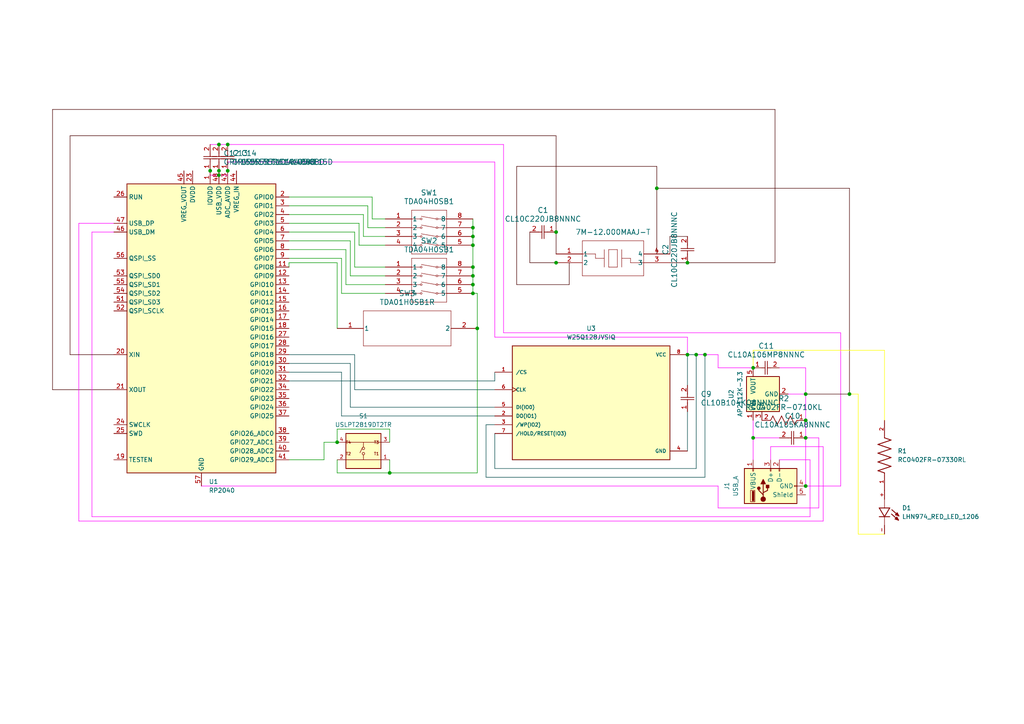
<source format=kicad_sch>
(kicad_sch
	(version 20250114)
	(generator "eeschema")
	(generator_version "9.0")
	(uuid "3e72f694-7e8b-4003-927e-6e07691cc3e7")
	(paper "A4")
	(lib_symbols
		(symbol "2025-04-18_06-32-44:TDA04H0SB1"
			(pin_names
				(offset 0.254)
			)
			(exclude_from_sim no)
			(in_bom yes)
			(on_board yes)
			(property "Reference" "SW"
				(at 12.7 7.62 0)
				(effects
					(font
						(size 1.524 1.524)
					)
				)
			)
			(property "Value" "TDA04H0SB1"
				(at 12.7 5.08 0)
				(effects
					(font
						(size 1.524 1.524)
					)
				)
			)
			(property "Footprint" "TDA04H0SB1_CNK"
				(at 0 0 0)
				(effects
					(font
						(size 1.27 1.27)
						(italic yes)
					)
					(hide yes)
				)
			)
			(property "Datasheet" "TDA04H0SB1"
				(at 0 0 0)
				(effects
					(font
						(size 1.27 1.27)
						(italic yes)
					)
					(hide yes)
				)
			)
			(property "Description" ""
				(at 0 0 0)
				(effects
					(font
						(size 1.27 1.27)
					)
					(hide yes)
				)
			)
			(property "ki_locked" ""
				(at 0 0 0)
				(effects
					(font
						(size 1.27 1.27)
					)
				)
			)
			(property "ki_keywords" "TDA04H0SB1"
				(at 0 0 0)
				(effects
					(font
						(size 1.27 1.27)
					)
					(hide yes)
				)
			)
			(property "ki_fp_filters" "TDA04H0SB1_CNK TDA04H0SB1_CNK-M TDA04H0SB1_CNK-L"
				(at 0 0 0)
				(effects
					(font
						(size 1.27 1.27)
					)
					(hide yes)
				)
			)
			(symbol "TDA04H0SB1_0_1"
				(polyline
					(pts
						(xy 7.62 2.54) (xy 7.62 -10.16)
					)
					(stroke
						(width 0.127)
						(type default)
					)
					(fill
						(type none)
					)
				)
				(polyline
					(pts
						(xy 7.62 0) (xy 10.16 0)
					)
					(stroke
						(width 0.127)
						(type default)
					)
					(fill
						(type none)
					)
				)
				(polyline
					(pts
						(xy 7.62 -2.54) (xy 10.16 -2.54)
					)
					(stroke
						(width 0.127)
						(type default)
					)
					(fill
						(type none)
					)
				)
				(polyline
					(pts
						(xy 7.62 -5.08) (xy 10.16 -5.08)
					)
					(stroke
						(width 0.127)
						(type default)
					)
					(fill
						(type none)
					)
				)
				(polyline
					(pts
						(xy 7.62 -7.62) (xy 10.16 -7.62)
					)
					(stroke
						(width 0.127)
						(type default)
					)
					(fill
						(type none)
					)
				)
				(polyline
					(pts
						(xy 7.62 -10.16) (xy 17.78 -10.16)
					)
					(stroke
						(width 0.127)
						(type default)
					)
					(fill
						(type none)
					)
				)
				(circle
					(center 10.414 0)
					(radius 0.254)
					(stroke
						(width 0.127)
						(type default)
					)
					(fill
						(type none)
					)
				)
				(circle
					(center 10.414 -2.54)
					(radius 0.254)
					(stroke
						(width 0.127)
						(type default)
					)
					(fill
						(type none)
					)
				)
				(circle
					(center 10.414 -5.08)
					(radius 0.254)
					(stroke
						(width 0.127)
						(type default)
					)
					(fill
						(type none)
					)
				)
				(circle
					(center 10.414 -7.62)
					(radius 0.254)
					(stroke
						(width 0.127)
						(type default)
					)
					(fill
						(type none)
					)
				)
				(polyline
					(pts
						(xy 14.732 0) (xy 10.414 0.762)
					)
					(stroke
						(width 0.127)
						(type default)
					)
					(fill
						(type none)
					)
				)
				(polyline
					(pts
						(xy 14.732 -2.54) (xy 10.414 -1.778)
					)
					(stroke
						(width 0.127)
						(type default)
					)
					(fill
						(type none)
					)
				)
				(polyline
					(pts
						(xy 14.732 -5.08) (xy 10.414 -4.318)
					)
					(stroke
						(width 0.127)
						(type default)
					)
					(fill
						(type none)
					)
				)
				(polyline
					(pts
						(xy 14.732 -7.62) (xy 10.414 -6.858)
					)
					(stroke
						(width 0.127)
						(type default)
					)
					(fill
						(type none)
					)
				)
				(circle
					(center 14.986 0)
					(radius 0.254)
					(stroke
						(width 0.127)
						(type default)
					)
					(fill
						(type none)
					)
				)
				(circle
					(center 14.986 -2.54)
					(radius 0.254)
					(stroke
						(width 0.127)
						(type default)
					)
					(fill
						(type none)
					)
				)
				(circle
					(center 14.986 -5.08)
					(radius 0.254)
					(stroke
						(width 0.127)
						(type default)
					)
					(fill
						(type none)
					)
				)
				(circle
					(center 14.986 -7.62)
					(radius 0.254)
					(stroke
						(width 0.127)
						(type default)
					)
					(fill
						(type none)
					)
				)
				(polyline
					(pts
						(xy 15.24 0) (xy 17.78 0)
					)
					(stroke
						(width 0.127)
						(type default)
					)
					(fill
						(type none)
					)
				)
				(polyline
					(pts
						(xy 15.24 -2.54) (xy 17.78 -2.54)
					)
					(stroke
						(width 0.127)
						(type default)
					)
					(fill
						(type none)
					)
				)
				(polyline
					(pts
						(xy 15.24 -5.08) (xy 17.78 -5.08)
					)
					(stroke
						(width 0.127)
						(type default)
					)
					(fill
						(type none)
					)
				)
				(polyline
					(pts
						(xy 15.24 -7.62) (xy 17.78 -7.62)
					)
					(stroke
						(width 0.127)
						(type default)
					)
					(fill
						(type none)
					)
				)
				(polyline
					(pts
						(xy 17.78 2.54) (xy 7.62 2.54)
					)
					(stroke
						(width 0.127)
						(type default)
					)
					(fill
						(type none)
					)
				)
				(polyline
					(pts
						(xy 17.78 -10.16) (xy 17.78 2.54)
					)
					(stroke
						(width 0.127)
						(type default)
					)
					(fill
						(type none)
					)
				)
				(pin unspecified line
					(at 0 0 0)
					(length 7.62)
					(name "1"
						(effects
							(font
								(size 1.27 1.27)
							)
						)
					)
					(number "1"
						(effects
							(font
								(size 1.27 1.27)
							)
						)
					)
				)
				(pin unspecified line
					(at 0 -2.54 0)
					(length 7.62)
					(name "2"
						(effects
							(font
								(size 1.27 1.27)
							)
						)
					)
					(number "2"
						(effects
							(font
								(size 1.27 1.27)
							)
						)
					)
				)
				(pin unspecified line
					(at 0 -5.08 0)
					(length 7.62)
					(name "3"
						(effects
							(font
								(size 1.27 1.27)
							)
						)
					)
					(number "3"
						(effects
							(font
								(size 1.27 1.27)
							)
						)
					)
				)
				(pin unspecified line
					(at 0 -7.62 0)
					(length 7.62)
					(name "4"
						(effects
							(font
								(size 1.27 1.27)
							)
						)
					)
					(number "4"
						(effects
							(font
								(size 1.27 1.27)
							)
						)
					)
				)
				(pin unspecified line
					(at 25.4 0 180)
					(length 7.62)
					(name "8"
						(effects
							(font
								(size 1.27 1.27)
							)
						)
					)
					(number "8"
						(effects
							(font
								(size 1.27 1.27)
							)
						)
					)
				)
				(pin unspecified line
					(at 25.4 -2.54 180)
					(length 7.62)
					(name "7"
						(effects
							(font
								(size 1.27 1.27)
							)
						)
					)
					(number "7"
						(effects
							(font
								(size 1.27 1.27)
							)
						)
					)
				)
				(pin unspecified line
					(at 25.4 -5.08 180)
					(length 7.62)
					(name "6"
						(effects
							(font
								(size 1.27 1.27)
							)
						)
					)
					(number "6"
						(effects
							(font
								(size 1.27 1.27)
							)
						)
					)
				)
				(pin unspecified line
					(at 25.4 -7.62 180)
					(length 7.62)
					(name "5"
						(effects
							(font
								(size 1.27 1.27)
							)
						)
					)
					(number "5"
						(effects
							(font
								(size 1.27 1.27)
							)
						)
					)
				)
			)
			(embedded_fonts no)
		)
		(symbol "2025-04-18_06-40-25:TDA01H0SB1R"
			(pin_names
				(offset 0.254)
			)
			(exclude_from_sim no)
			(in_bom yes)
			(on_board yes)
			(property "Reference" "U"
				(at 20.32 10.16 0)
				(effects
					(font
						(size 1.524 1.524)
					)
				)
			)
			(property "Value" "TDA01H0SB1R"
				(at 20.32 7.62 0)
				(effects
					(font
						(size 1.524 1.524)
					)
				)
			)
			(property "Footprint" "SWITCH_0SB1R"
				(at 0 0 0)
				(effects
					(font
						(size 1.27 1.27)
						(italic yes)
					)
					(hide yes)
				)
			)
			(property "Datasheet" "TDA01H0SB1R"
				(at 0 0 0)
				(effects
					(font
						(size 1.27 1.27)
						(italic yes)
					)
					(hide yes)
				)
			)
			(property "Description" ""
				(at 0 0 0)
				(effects
					(font
						(size 1.27 1.27)
					)
					(hide yes)
				)
			)
			(property "ki_locked" ""
				(at 0 0 0)
				(effects
					(font
						(size 1.27 1.27)
					)
				)
			)
			(property "ki_keywords" "TDA01H0SB1R"
				(at 0 0 0)
				(effects
					(font
						(size 1.27 1.27)
					)
					(hide yes)
				)
			)
			(property "ki_fp_filters" "SWITCH_0SB1R SWITCH_0SB1R-M SWITCH_0SB1R-L"
				(at 0 0 0)
				(effects
					(font
						(size 1.27 1.27)
					)
					(hide yes)
				)
			)
			(symbol "TDA01H0SB1R_0_1"
				(polyline
					(pts
						(xy 7.62 5.08) (xy 7.62 -5.08)
					)
					(stroke
						(width 0.127)
						(type default)
					)
					(fill
						(type none)
					)
				)
				(polyline
					(pts
						(xy 7.62 -5.08) (xy 33.02 -5.08)
					)
					(stroke
						(width 0.127)
						(type default)
					)
					(fill
						(type none)
					)
				)
				(polyline
					(pts
						(xy 33.02 5.08) (xy 7.62 5.08)
					)
					(stroke
						(width 0.127)
						(type default)
					)
					(fill
						(type none)
					)
				)
				(polyline
					(pts
						(xy 33.02 -5.08) (xy 33.02 5.08)
					)
					(stroke
						(width 0.127)
						(type default)
					)
					(fill
						(type none)
					)
				)
				(pin unspecified line
					(at 0 0 0)
					(length 7.62)
					(name "1"
						(effects
							(font
								(size 1.27 1.27)
							)
						)
					)
					(number "1"
						(effects
							(font
								(size 1.27 1.27)
							)
						)
					)
				)
				(pin unspecified line
					(at 40.64 0 180)
					(length 7.62)
					(name "2"
						(effects
							(font
								(size 1.27 1.27)
							)
						)
					)
					(number "2"
						(effects
							(font
								(size 1.27 1.27)
							)
						)
					)
				)
			)
			(embedded_fonts no)
		)
		(symbol "2025-04-18_08-15-11:7M-12.000MAAJ-T"
			(pin_names
				(offset 0.254)
			)
			(exclude_from_sim no)
			(in_bom yes)
			(on_board yes)
			(property "Reference" "CR"
				(at 16.51 11.43 0)
				(effects
					(font
						(size 1.524 1.524)
					)
				)
			)
			(property "Value" "7M-12.000MAAJ-T"
				(at 16.51 8.89 0)
				(effects
					(font
						(size 1.524 1.524)
					)
				)
			)
			(property "Footprint" "CRYSTAL_TXC_7M"
				(at 0 0 0)
				(effects
					(font
						(size 1.27 1.27)
						(italic yes)
					)
					(hide yes)
				)
			)
			(property "Datasheet" "7M-12.000MAAJ-T"
				(at 0 0 0)
				(effects
					(font
						(size 1.27 1.27)
						(italic yes)
					)
					(hide yes)
				)
			)
			(property "Description" ""
				(at 0 0 0)
				(effects
					(font
						(size 1.27 1.27)
					)
					(hide yes)
				)
			)
			(property "ki_locked" ""
				(at 0 0 0)
				(effects
					(font
						(size 1.27 1.27)
					)
				)
			)
			(property "ki_keywords" "7M-12.000MAAJ-T"
				(at 0 0 0)
				(effects
					(font
						(size 1.27 1.27)
					)
					(hide yes)
				)
			)
			(property "ki_fp_filters" "CRYSTAL_TXC_7M"
				(at 0 0 0)
				(effects
					(font
						(size 1.27 1.27)
					)
					(hide yes)
				)
			)
			(symbol "7M-12.000MAAJ-T_0_1"
				(polyline
					(pts
						(xy 7.62 3.81) (xy 7.62 -6.35)
					)
					(stroke
						(width 0.127)
						(type default)
					)
					(fill
						(type none)
					)
				)
				(polyline
					(pts
						(xy 7.62 -6.35) (xy 25.4 -6.35)
					)
					(stroke
						(width 0.127)
						(type default)
					)
					(fill
						(type none)
					)
				)
				(polyline
					(pts
						(xy 11.43 0) (xy 7.62 0)
					)
					(stroke
						(width 0.127)
						(type default)
					)
					(fill
						(type none)
					)
				)
				(polyline
					(pts
						(xy 11.43 -1.27) (xy 11.43 0)
					)
					(stroke
						(width 0.127)
						(type default)
					)
					(fill
						(type none)
					)
				)
				(polyline
					(pts
						(xy 13.97 1.27) (xy 13.97 -3.81)
					)
					(stroke
						(width 0.127)
						(type default)
					)
					(fill
						(type none)
					)
				)
				(polyline
					(pts
						(xy 13.97 -1.27) (xy 11.43 -1.27)
					)
					(stroke
						(width 0.127)
						(type default)
					)
					(fill
						(type none)
					)
				)
				(polyline
					(pts
						(xy 15.24 1.27) (xy 15.24 -3.81)
					)
					(stroke
						(width 0.127)
						(type default)
					)
					(fill
						(type none)
					)
				)
				(polyline
					(pts
						(xy 15.24 -3.81) (xy 17.78 -3.81)
					)
					(stroke
						(width 0.127)
						(type default)
					)
					(fill
						(type none)
					)
				)
				(polyline
					(pts
						(xy 17.78 1.27) (xy 15.24 1.27)
					)
					(stroke
						(width 0.127)
						(type default)
					)
					(fill
						(type none)
					)
				)
				(polyline
					(pts
						(xy 17.78 -3.81) (xy 17.78 1.27)
					)
					(stroke
						(width 0.127)
						(type default)
					)
					(fill
						(type none)
					)
				)
				(polyline
					(pts
						(xy 19.05 1.27) (xy 19.05 -3.81)
					)
					(stroke
						(width 0.127)
						(type default)
					)
					(fill
						(type none)
					)
				)
				(polyline
					(pts
						(xy 19.05 -1.27) (xy 21.59 -1.27)
					)
					(stroke
						(width 0.127)
						(type default)
					)
					(fill
						(type none)
					)
				)
				(polyline
					(pts
						(xy 21.59 -1.27) (xy 21.59 -2.54)
					)
					(stroke
						(width 0.127)
						(type default)
					)
					(fill
						(type none)
					)
				)
				(polyline
					(pts
						(xy 21.59 -2.54) (xy 25.4 -2.54)
					)
					(stroke
						(width 0.127)
						(type default)
					)
					(fill
						(type none)
					)
				)
				(polyline
					(pts
						(xy 25.4 3.81) (xy 7.62 3.81)
					)
					(stroke
						(width 0.127)
						(type default)
					)
					(fill
						(type none)
					)
				)
				(polyline
					(pts
						(xy 25.4 -6.35) (xy 25.4 3.81)
					)
					(stroke
						(width 0.127)
						(type default)
					)
					(fill
						(type none)
					)
				)
				(pin unspecified line
					(at 0 0 0)
					(length 7.62)
					(name "1"
						(effects
							(font
								(size 1.27 1.27)
							)
						)
					)
					(number "1"
						(effects
							(font
								(size 1.27 1.27)
							)
						)
					)
				)
				(pin unspecified line
					(at 0 -2.54 0)
					(length 7.62)
					(name "2"
						(effects
							(font
								(size 1.27 1.27)
							)
						)
					)
					(number "2"
						(effects
							(font
								(size 1.27 1.27)
							)
						)
					)
				)
				(pin unspecified line
					(at 33.02 0 180)
					(length 7.62)
					(name "4"
						(effects
							(font
								(size 1.27 1.27)
							)
						)
					)
					(number "4"
						(effects
							(font
								(size 1.27 1.27)
							)
						)
					)
				)
				(pin unspecified line
					(at 33.02 -2.54 180)
					(length 7.62)
					(name "3"
						(effects
							(font
								(size 1.27 1.27)
							)
						)
					)
					(number "3"
						(effects
							(font
								(size 1.27 1.27)
							)
						)
					)
				)
			)
			(embedded_fonts no)
		)
		(symbol "2025-04-18_08-28-11:CL10C220JB8NNNC"
			(pin_names
				(offset 0.254)
			)
			(exclude_from_sim no)
			(in_bom yes)
			(on_board yes)
			(property "Reference" "C"
				(at 3.81 3.81 0)
				(effects
					(font
						(size 1.524 1.524)
					)
				)
			)
			(property "Value" "CL10C220JB8NNNC"
				(at 3.81 -3.81 0)
				(effects
					(font
						(size 1.524 1.524)
					)
				)
			)
			(property "Footprint" "CAP_CL10_SAM"
				(at 0 0 0)
				(effects
					(font
						(size 1.27 1.27)
						(italic yes)
					)
					(hide yes)
				)
			)
			(property "Datasheet" "CL10C220JB8NNNC"
				(at 0 0 0)
				(effects
					(font
						(size 1.27 1.27)
						(italic yes)
					)
					(hide yes)
				)
			)
			(property "Description" ""
				(at 0 0 0)
				(effects
					(font
						(size 1.27 1.27)
					)
					(hide yes)
				)
			)
			(property "ki_locked" ""
				(at 0 0 0)
				(effects
					(font
						(size 1.27 1.27)
					)
				)
			)
			(property "ki_keywords" "CL10C220JB8NNNC"
				(at 0 0 0)
				(effects
					(font
						(size 1.27 1.27)
					)
					(hide yes)
				)
			)
			(property "ki_fp_filters" "CAP_CL10_SAM CAP_CL10_SAM-M CAP_CL10_SAM-L"
				(at 0 0 0)
				(effects
					(font
						(size 1.27 1.27)
					)
					(hide yes)
				)
			)
			(symbol "CL10C220JB8NNNC_1_1"
				(polyline
					(pts
						(xy 2.54 0) (xy 3.4798 0)
					)
					(stroke
						(width 0.2032)
						(type default)
					)
					(fill
						(type none)
					)
				)
				(polyline
					(pts
						(xy 3.4798 -1.905) (xy 3.4798 1.905)
					)
					(stroke
						(width 0.2032)
						(type default)
					)
					(fill
						(type none)
					)
				)
				(polyline
					(pts
						(xy 4.1148 0) (xy 5.08 0)
					)
					(stroke
						(width 0.2032)
						(type default)
					)
					(fill
						(type none)
					)
				)
				(polyline
					(pts
						(xy 4.1148 -1.905) (xy 4.1148 1.905)
					)
					(stroke
						(width 0.2032)
						(type default)
					)
					(fill
						(type none)
					)
				)
				(pin unspecified line
					(at 0 0 0)
					(length 2.54)
					(name ""
						(effects
							(font
								(size 1.27 1.27)
							)
						)
					)
					(number "1"
						(effects
							(font
								(size 1.27 1.27)
							)
						)
					)
				)
				(pin unspecified line
					(at 7.62 0 180)
					(length 2.54)
					(name ""
						(effects
							(font
								(size 1.27 1.27)
							)
						)
					)
					(number "2"
						(effects
							(font
								(size 1.27 1.27)
							)
						)
					)
				)
			)
			(symbol "CL10C220JB8NNNC_1_2"
				(polyline
					(pts
						(xy -1.905 -3.4798) (xy 1.905 -3.4798)
					)
					(stroke
						(width 0.2032)
						(type default)
					)
					(fill
						(type none)
					)
				)
				(polyline
					(pts
						(xy -1.905 -4.1148) (xy 1.905 -4.1148)
					)
					(stroke
						(width 0.2032)
						(type default)
					)
					(fill
						(type none)
					)
				)
				(polyline
					(pts
						(xy 0 -2.54) (xy 0 -3.4798)
					)
					(stroke
						(width 0.2032)
						(type default)
					)
					(fill
						(type none)
					)
				)
				(polyline
					(pts
						(xy 0 -4.1148) (xy 0 -5.08)
					)
					(stroke
						(width 0.2032)
						(type default)
					)
					(fill
						(type none)
					)
				)
				(pin unspecified line
					(at 0 0 270)
					(length 2.54)
					(name ""
						(effects
							(font
								(size 1.27 1.27)
							)
						)
					)
					(number "1"
						(effects
							(font
								(size 1.27 1.27)
							)
						)
					)
				)
				(pin unspecified line
					(at 0 -7.62 90)
					(length 2.54)
					(name ""
						(effects
							(font
								(size 1.27 1.27)
							)
						)
					)
					(number "2"
						(effects
							(font
								(size 1.27 1.27)
							)
						)
					)
				)
			)
			(embedded_fonts no)
		)
		(symbol "2025-04-18_20-19-28:CL10B104KO8NNNC"
			(pin_names
				(offset 0.254)
			)
			(exclude_from_sim no)
			(in_bom yes)
			(on_board yes)
			(property "Reference" "C"
				(at 3.81 3.81 0)
				(effects
					(font
						(size 1.524 1.524)
					)
				)
			)
			(property "Value" "CL10B104KO8NNNC"
				(at 3.81 -3.81 0)
				(effects
					(font
						(size 1.524 1.524)
					)
				)
			)
			(property "Footprint" "CAP_CL10_SAM"
				(at 0 0 0)
				(effects
					(font
						(size 1.27 1.27)
						(italic yes)
					)
					(hide yes)
				)
			)
			(property "Datasheet" "CL10B104KO8NNNC"
				(at 0 0 0)
				(effects
					(font
						(size 1.27 1.27)
						(italic yes)
					)
					(hide yes)
				)
			)
			(property "Description" ""
				(at 0 0 0)
				(effects
					(font
						(size 1.27 1.27)
					)
					(hide yes)
				)
			)
			(property "ki_locked" ""
				(at 0 0 0)
				(effects
					(font
						(size 1.27 1.27)
					)
				)
			)
			(property "ki_keywords" "CL10B104KO8NNNC"
				(at 0 0 0)
				(effects
					(font
						(size 1.27 1.27)
					)
					(hide yes)
				)
			)
			(property "ki_fp_filters" "CAP_CL10_SAM CAP_CL10_SAM-M CAP_CL10_SAM-L"
				(at 0 0 0)
				(effects
					(font
						(size 1.27 1.27)
					)
					(hide yes)
				)
			)
			(symbol "CL10B104KO8NNNC_1_1"
				(polyline
					(pts
						(xy 2.54 0) (xy 3.4798 0)
					)
					(stroke
						(width 0.2032)
						(type default)
					)
					(fill
						(type none)
					)
				)
				(polyline
					(pts
						(xy 3.4798 -1.905) (xy 3.4798 1.905)
					)
					(stroke
						(width 0.2032)
						(type default)
					)
					(fill
						(type none)
					)
				)
				(polyline
					(pts
						(xy 4.1148 0) (xy 5.08 0)
					)
					(stroke
						(width 0.2032)
						(type default)
					)
					(fill
						(type none)
					)
				)
				(polyline
					(pts
						(xy 4.1148 -1.905) (xy 4.1148 1.905)
					)
					(stroke
						(width 0.2032)
						(type default)
					)
					(fill
						(type none)
					)
				)
				(pin unspecified line
					(at 0 0 0)
					(length 2.54)
					(name ""
						(effects
							(font
								(size 1.27 1.27)
							)
						)
					)
					(number "1"
						(effects
							(font
								(size 1.27 1.27)
							)
						)
					)
				)
				(pin unspecified line
					(at 7.62 0 180)
					(length 2.54)
					(name ""
						(effects
							(font
								(size 1.27 1.27)
							)
						)
					)
					(number "2"
						(effects
							(font
								(size 1.27 1.27)
							)
						)
					)
				)
			)
			(symbol "CL10B104KO8NNNC_1_2"
				(polyline
					(pts
						(xy -1.905 -3.4798) (xy 1.905 -3.4798)
					)
					(stroke
						(width 0.2032)
						(type default)
					)
					(fill
						(type none)
					)
				)
				(polyline
					(pts
						(xy -1.905 -4.1148) (xy 1.905 -4.1148)
					)
					(stroke
						(width 0.2032)
						(type default)
					)
					(fill
						(type none)
					)
				)
				(polyline
					(pts
						(xy 0 -2.54) (xy 0 -3.4798)
					)
					(stroke
						(width 0.2032)
						(type default)
					)
					(fill
						(type none)
					)
				)
				(polyline
					(pts
						(xy 0 -4.1148) (xy 0 -5.08)
					)
					(stroke
						(width 0.2032)
						(type default)
					)
					(fill
						(type none)
					)
				)
				(pin unspecified line
					(at 0 0 270)
					(length 2.54)
					(name ""
						(effects
							(font
								(size 1.27 1.27)
							)
						)
					)
					(number "1"
						(effects
							(font
								(size 1.27 1.27)
							)
						)
					)
				)
				(pin unspecified line
					(at 0 -7.62 90)
					(length 2.54)
					(name ""
						(effects
							(font
								(size 1.27 1.27)
							)
						)
					)
					(number "2"
						(effects
							(font
								(size 1.27 1.27)
							)
						)
					)
				)
			)
			(embedded_fonts no)
		)
		(symbol "2025-04-19_07-29-16:CL10A105KA8NNNC"
			(pin_names
				(offset 0.254)
			)
			(exclude_from_sim no)
			(in_bom yes)
			(on_board yes)
			(property "Reference" "C"
				(at 3.81 3.81 0)
				(effects
					(font
						(size 1.524 1.524)
					)
				)
			)
			(property "Value" "CL10A105KA8NNNC"
				(at 3.81 -3.81 0)
				(effects
					(font
						(size 1.524 1.524)
					)
				)
			)
			(property "Footprint" "CAP_CL10_SAM"
				(at 0 0 0)
				(effects
					(font
						(size 1.27 1.27)
						(italic yes)
					)
					(hide yes)
				)
			)
			(property "Datasheet" "CL10A105KA8NNNC"
				(at 0 0 0)
				(effects
					(font
						(size 1.27 1.27)
						(italic yes)
					)
					(hide yes)
				)
			)
			(property "Description" ""
				(at 0 0 0)
				(effects
					(font
						(size 1.27 1.27)
					)
					(hide yes)
				)
			)
			(property "ki_locked" ""
				(at 0 0 0)
				(effects
					(font
						(size 1.27 1.27)
					)
				)
			)
			(property "ki_keywords" "CL10A105KA8NNNC"
				(at 0 0 0)
				(effects
					(font
						(size 1.27 1.27)
					)
					(hide yes)
				)
			)
			(property "ki_fp_filters" "CAP_CL10_SAM CAP_CL10_SAM-M CAP_CL10_SAM-L"
				(at 0 0 0)
				(effects
					(font
						(size 1.27 1.27)
					)
					(hide yes)
				)
			)
			(symbol "CL10A105KA8NNNC_1_1"
				(polyline
					(pts
						(xy 2.54 0) (xy 3.4798 0)
					)
					(stroke
						(width 0.2032)
						(type default)
					)
					(fill
						(type none)
					)
				)
				(polyline
					(pts
						(xy 3.4798 -1.905) (xy 3.4798 1.905)
					)
					(stroke
						(width 0.2032)
						(type default)
					)
					(fill
						(type none)
					)
				)
				(polyline
					(pts
						(xy 4.1148 0) (xy 5.08 0)
					)
					(stroke
						(width 0.2032)
						(type default)
					)
					(fill
						(type none)
					)
				)
				(polyline
					(pts
						(xy 4.1148 -1.905) (xy 4.1148 1.905)
					)
					(stroke
						(width 0.2032)
						(type default)
					)
					(fill
						(type none)
					)
				)
				(pin unspecified line
					(at 0 0 0)
					(length 2.54)
					(name ""
						(effects
							(font
								(size 1.27 1.27)
							)
						)
					)
					(number "1"
						(effects
							(font
								(size 1.27 1.27)
							)
						)
					)
				)
				(pin unspecified line
					(at 7.62 0 180)
					(length 2.54)
					(name ""
						(effects
							(font
								(size 1.27 1.27)
							)
						)
					)
					(number "2"
						(effects
							(font
								(size 1.27 1.27)
							)
						)
					)
				)
			)
			(symbol "CL10A105KA8NNNC_1_2"
				(polyline
					(pts
						(xy -1.905 -3.4798) (xy 1.905 -3.4798)
					)
					(stroke
						(width 0.2032)
						(type default)
					)
					(fill
						(type none)
					)
				)
				(polyline
					(pts
						(xy -1.905 -4.1148) (xy 1.905 -4.1148)
					)
					(stroke
						(width 0.2032)
						(type default)
					)
					(fill
						(type none)
					)
				)
				(polyline
					(pts
						(xy 0 -2.54) (xy 0 -3.4798)
					)
					(stroke
						(width 0.2032)
						(type default)
					)
					(fill
						(type none)
					)
				)
				(polyline
					(pts
						(xy 0 -4.1148) (xy 0 -5.08)
					)
					(stroke
						(width 0.2032)
						(type default)
					)
					(fill
						(type none)
					)
				)
				(pin unspecified line
					(at 0 0 270)
					(length 2.54)
					(name ""
						(effects
							(font
								(size 1.27 1.27)
							)
						)
					)
					(number "1"
						(effects
							(font
								(size 1.27 1.27)
							)
						)
					)
				)
				(pin unspecified line
					(at 0 -7.62 90)
					(length 2.54)
					(name ""
						(effects
							(font
								(size 1.27 1.27)
							)
						)
					)
					(number "2"
						(effects
							(font
								(size 1.27 1.27)
							)
						)
					)
				)
			)
			(embedded_fonts no)
		)
		(symbol "2025-04-19_07-40-00:CL10A106MP8NNNC"
			(pin_names
				(offset 0.254)
			)
			(exclude_from_sim no)
			(in_bom yes)
			(on_board yes)
			(property "Reference" "C"
				(at 3.81 3.81 0)
				(effects
					(font
						(size 1.524 1.524)
					)
				)
			)
			(property "Value" "CL10A106MP8NNNC"
				(at 3.81 -3.81 0)
				(effects
					(font
						(size 1.524 1.524)
					)
				)
			)
			(property "Footprint" "CAP_CL10_SAM"
				(at 0 0 0)
				(effects
					(font
						(size 1.27 1.27)
						(italic yes)
					)
					(hide yes)
				)
			)
			(property "Datasheet" "CL10A106MP8NNNC"
				(at 0 0 0)
				(effects
					(font
						(size 1.27 1.27)
						(italic yes)
					)
					(hide yes)
				)
			)
			(property "Description" ""
				(at 0 0 0)
				(effects
					(font
						(size 1.27 1.27)
					)
					(hide yes)
				)
			)
			(property "ki_locked" ""
				(at 0 0 0)
				(effects
					(font
						(size 1.27 1.27)
					)
				)
			)
			(property "ki_keywords" "CL10A106MP8NNNC"
				(at 0 0 0)
				(effects
					(font
						(size 1.27 1.27)
					)
					(hide yes)
				)
			)
			(property "ki_fp_filters" "CAP_CL10_SAM CAP_CL10_SAM-M CAP_CL10_SAM-L"
				(at 0 0 0)
				(effects
					(font
						(size 1.27 1.27)
					)
					(hide yes)
				)
			)
			(symbol "CL10A106MP8NNNC_1_1"
				(polyline
					(pts
						(xy 2.54 0) (xy 3.4798 0)
					)
					(stroke
						(width 0.2032)
						(type default)
					)
					(fill
						(type none)
					)
				)
				(polyline
					(pts
						(xy 3.4798 -1.905) (xy 3.4798 1.905)
					)
					(stroke
						(width 0.2032)
						(type default)
					)
					(fill
						(type none)
					)
				)
				(polyline
					(pts
						(xy 4.1148 0) (xy 5.08 0)
					)
					(stroke
						(width 0.2032)
						(type default)
					)
					(fill
						(type none)
					)
				)
				(polyline
					(pts
						(xy 4.1148 -1.905) (xy 4.1148 1.905)
					)
					(stroke
						(width 0.2032)
						(type default)
					)
					(fill
						(type none)
					)
				)
				(pin unspecified line
					(at 0 0 0)
					(length 2.54)
					(name ""
						(effects
							(font
								(size 1.27 1.27)
							)
						)
					)
					(number "1"
						(effects
							(font
								(size 1.27 1.27)
							)
						)
					)
				)
				(pin unspecified line
					(at 7.62 0 180)
					(length 2.54)
					(name ""
						(effects
							(font
								(size 1.27 1.27)
							)
						)
					)
					(number "2"
						(effects
							(font
								(size 1.27 1.27)
							)
						)
					)
				)
			)
			(symbol "CL10A106MP8NNNC_1_2"
				(polyline
					(pts
						(xy -1.905 -3.4798) (xy 1.905 -3.4798)
					)
					(stroke
						(width 0.2032)
						(type default)
					)
					(fill
						(type none)
					)
				)
				(polyline
					(pts
						(xy -1.905 -4.1148) (xy 1.905 -4.1148)
					)
					(stroke
						(width 0.2032)
						(type default)
					)
					(fill
						(type none)
					)
				)
				(polyline
					(pts
						(xy 0 -2.54) (xy 0 -3.4798)
					)
					(stroke
						(width 0.2032)
						(type default)
					)
					(fill
						(type none)
					)
				)
				(polyline
					(pts
						(xy 0 -4.1148) (xy 0 -5.08)
					)
					(stroke
						(width 0.2032)
						(type default)
					)
					(fill
						(type none)
					)
				)
				(pin unspecified line
					(at 0 0 270)
					(length 2.54)
					(name ""
						(effects
							(font
								(size 1.27 1.27)
							)
						)
					)
					(number "1"
						(effects
							(font
								(size 1.27 1.27)
							)
						)
					)
				)
				(pin unspecified line
					(at 0 -7.62 90)
					(length 2.54)
					(name ""
						(effects
							(font
								(size 1.27 1.27)
							)
						)
					)
					(number "2"
						(effects
							(font
								(size 1.27 1.27)
							)
						)
					)
				)
			)
			(embedded_fonts no)
		)
		(symbol "2025-04-19_07-54-33:RC0402FR-0710KL"
			(pin_names
				(offset 0.254)
			)
			(exclude_from_sim no)
			(in_bom yes)
			(on_board yes)
			(property "Reference" "R"
				(at 5.715 3.81 0)
				(effects
					(font
						(size 1.524 1.524)
					)
				)
			)
			(property "Value" "RC0402FR-0710KL"
				(at 6.35 -3.81 0)
				(effects
					(font
						(size 1.524 1.524)
					)
				)
			)
			(property "Footprint" "RC0402N_YAG"
				(at 0 0 0)
				(effects
					(font
						(size 1.27 1.27)
						(italic yes)
					)
					(hide yes)
				)
			)
			(property "Datasheet" "RC0402FR-0710KL"
				(at 0 0 0)
				(effects
					(font
						(size 1.27 1.27)
						(italic yes)
					)
					(hide yes)
				)
			)
			(property "Description" ""
				(at 0 0 0)
				(effects
					(font
						(size 1.27 1.27)
					)
					(hide yes)
				)
			)
			(property "ki_locked" ""
				(at 0 0 0)
				(effects
					(font
						(size 1.27 1.27)
					)
				)
			)
			(property "ki_keywords" "RC0402FR-0710KL"
				(at 0 0 0)
				(effects
					(font
						(size 1.27 1.27)
					)
					(hide yes)
				)
			)
			(property "ki_fp_filters" "RC0402N_YAG RC0402N_YAG-M RC0402N_YAG-L"
				(at 0 0 0)
				(effects
					(font
						(size 1.27 1.27)
					)
					(hide yes)
				)
			)
			(symbol "RC0402FR-0710KL_1_1"
				(polyline
					(pts
						(xy 2.54 0) (xy 3.175 1.27)
					)
					(stroke
						(width 0.2032)
						(type default)
					)
					(fill
						(type none)
					)
				)
				(polyline
					(pts
						(xy 3.175 1.27) (xy 4.445 -1.27)
					)
					(stroke
						(width 0.2032)
						(type default)
					)
					(fill
						(type none)
					)
				)
				(polyline
					(pts
						(xy 4.445 -1.27) (xy 5.715 1.27)
					)
					(stroke
						(width 0.2032)
						(type default)
					)
					(fill
						(type none)
					)
				)
				(polyline
					(pts
						(xy 5.715 1.27) (xy 6.985 -1.27)
					)
					(stroke
						(width 0.2032)
						(type default)
					)
					(fill
						(type none)
					)
				)
				(polyline
					(pts
						(xy 6.985 -1.27) (xy 8.255 1.27)
					)
					(stroke
						(width 0.2032)
						(type default)
					)
					(fill
						(type none)
					)
				)
				(polyline
					(pts
						(xy 8.255 1.27) (xy 9.525 -1.27)
					)
					(stroke
						(width 0.2032)
						(type default)
					)
					(fill
						(type none)
					)
				)
				(polyline
					(pts
						(xy 9.525 -1.27) (xy 10.16 0)
					)
					(stroke
						(width 0.2032)
						(type default)
					)
					(fill
						(type none)
					)
				)
				(pin unspecified line
					(at 0 0 0)
					(length 2.54)
					(name ""
						(effects
							(font
								(size 1.27 1.27)
							)
						)
					)
					(number "2"
						(effects
							(font
								(size 1.27 1.27)
							)
						)
					)
				)
				(pin unspecified line
					(at 12.7 0 180)
					(length 2.54)
					(name ""
						(effects
							(font
								(size 1.27 1.27)
							)
						)
					)
					(number "1"
						(effects
							(font
								(size 1.27 1.27)
							)
						)
					)
				)
			)
			(symbol "RC0402FR-0710KL_1_2"
				(polyline
					(pts
						(xy -1.27 8.255) (xy 1.27 9.525)
					)
					(stroke
						(width 0.2032)
						(type default)
					)
					(fill
						(type none)
					)
				)
				(polyline
					(pts
						(xy -1.27 5.715) (xy 1.27 6.985)
					)
					(stroke
						(width 0.2032)
						(type default)
					)
					(fill
						(type none)
					)
				)
				(polyline
					(pts
						(xy -1.27 3.175) (xy 1.27 4.445)
					)
					(stroke
						(width 0.2032)
						(type default)
					)
					(fill
						(type none)
					)
				)
				(polyline
					(pts
						(xy 0 2.54) (xy -1.27 3.175)
					)
					(stroke
						(width 0.2032)
						(type default)
					)
					(fill
						(type none)
					)
				)
				(polyline
					(pts
						(xy 1.27 9.525) (xy 0 10.16)
					)
					(stroke
						(width 0.2032)
						(type default)
					)
					(fill
						(type none)
					)
				)
				(polyline
					(pts
						(xy 1.27 6.985) (xy -1.27 8.255)
					)
					(stroke
						(width 0.2032)
						(type default)
					)
					(fill
						(type none)
					)
				)
				(polyline
					(pts
						(xy 1.27 4.445) (xy -1.27 5.715)
					)
					(stroke
						(width 0.2032)
						(type default)
					)
					(fill
						(type none)
					)
				)
				(pin unspecified line
					(at 0 12.7 270)
					(length 2.54)
					(name ""
						(effects
							(font
								(size 1.27 1.27)
							)
						)
					)
					(number "1"
						(effects
							(font
								(size 1.27 1.27)
							)
						)
					)
				)
				(pin unspecified line
					(at 0 0 90)
					(length 2.54)
					(name ""
						(effects
							(font
								(size 1.27 1.27)
							)
						)
					)
					(number "2"
						(effects
							(font
								(size 1.27 1.27)
							)
						)
					)
				)
			)
			(embedded_fonts no)
		)
		(symbol "2025-04-19_09-29-59:GRM155R71C104KA88D"
			(pin_names
				(offset 0.254)
			)
			(exclude_from_sim no)
			(in_bom yes)
			(on_board yes)
			(property "Reference" "C"
				(at 3.81 3.81 0)
				(effects
					(font
						(size 1.524 1.524)
					)
				)
			)
			(property "Value" "GRM155R71C104KA88D"
				(at 3.81 -3.81 0)
				(effects
					(font
						(size 1.524 1.524)
					)
				)
			)
			(property "Footprint" "CAP_GRM_155_MUR"
				(at 0 0 0)
				(effects
					(font
						(size 1.27 1.27)
						(italic yes)
					)
					(hide yes)
				)
			)
			(property "Datasheet" "GRM155R71C104KA88D"
				(at 0 0 0)
				(effects
					(font
						(size 1.27 1.27)
						(italic yes)
					)
					(hide yes)
				)
			)
			(property "Description" ""
				(at 0 0 0)
				(effects
					(font
						(size 1.27 1.27)
					)
					(hide yes)
				)
			)
			(property "ki_locked" ""
				(at 0 0 0)
				(effects
					(font
						(size 1.27 1.27)
					)
				)
			)
			(property "ki_keywords" "GRM155R71C104KA88D"
				(at 0 0 0)
				(effects
					(font
						(size 1.27 1.27)
					)
					(hide yes)
				)
			)
			(property "ki_fp_filters" "CAP_GRM_155_MUR CAP_GRM_155_MUR-M CAP_GRM_155_MUR-L"
				(at 0 0 0)
				(effects
					(font
						(size 1.27 1.27)
					)
					(hide yes)
				)
			)
			(symbol "GRM155R71C104KA88D_1_1"
				(polyline
					(pts
						(xy 2.54 0) (xy 3.4798 0)
					)
					(stroke
						(width 0.2032)
						(type default)
					)
					(fill
						(type none)
					)
				)
				(polyline
					(pts
						(xy 3.4798 -1.905) (xy 3.4798 1.905)
					)
					(stroke
						(width 0.2032)
						(type default)
					)
					(fill
						(type none)
					)
				)
				(polyline
					(pts
						(xy 4.1148 0) (xy 5.08 0)
					)
					(stroke
						(width 0.2032)
						(type default)
					)
					(fill
						(type none)
					)
				)
				(polyline
					(pts
						(xy 4.1148 -1.905) (xy 4.1148 1.905)
					)
					(stroke
						(width 0.2032)
						(type default)
					)
					(fill
						(type none)
					)
				)
				(pin unspecified line
					(at 0 0 0)
					(length 2.54)
					(name ""
						(effects
							(font
								(size 1.27 1.27)
							)
						)
					)
					(number "1"
						(effects
							(font
								(size 1.27 1.27)
							)
						)
					)
				)
				(pin unspecified line
					(at 7.62 0 180)
					(length 2.54)
					(name ""
						(effects
							(font
								(size 1.27 1.27)
							)
						)
					)
					(number "2"
						(effects
							(font
								(size 1.27 1.27)
							)
						)
					)
				)
			)
			(symbol "GRM155R71C104KA88D_1_2"
				(polyline
					(pts
						(xy -1.905 -3.4798) (xy 1.905 -3.4798)
					)
					(stroke
						(width 0.2032)
						(type default)
					)
					(fill
						(type none)
					)
				)
				(polyline
					(pts
						(xy -1.905 -4.1148) (xy 1.905 -4.1148)
					)
					(stroke
						(width 0.2032)
						(type default)
					)
					(fill
						(type none)
					)
				)
				(polyline
					(pts
						(xy 0 -2.54) (xy 0 -3.4798)
					)
					(stroke
						(width 0.2032)
						(type default)
					)
					(fill
						(type none)
					)
				)
				(polyline
					(pts
						(xy 0 -4.1148) (xy 0 -5.08)
					)
					(stroke
						(width 0.2032)
						(type default)
					)
					(fill
						(type none)
					)
				)
				(pin unspecified line
					(at 0 0 270)
					(length 2.54)
					(name ""
						(effects
							(font
								(size 1.27 1.27)
							)
						)
					)
					(number "1"
						(effects
							(font
								(size 1.27 1.27)
							)
						)
					)
				)
				(pin unspecified line
					(at 0 -7.62 90)
					(length 2.54)
					(name ""
						(effects
							(font
								(size 1.27 1.27)
							)
						)
					)
					(number "2"
						(effects
							(font
								(size 1.27 1.27)
							)
						)
					)
				)
			)
			(embedded_fonts no)
		)
		(symbol "2025-04-19_09-41-31:GRM155R61A105KE15D"
			(pin_names
				(offset 0.254)
			)
			(exclude_from_sim no)
			(in_bom yes)
			(on_board yes)
			(property "Reference" "C"
				(at 3.81 3.81 0)
				(effects
					(font
						(size 1.524 1.524)
					)
				)
			)
			(property "Value" "GRM155R61A105KE15D"
				(at 3.81 -3.81 0)
				(effects
					(font
						(size 1.524 1.524)
					)
				)
			)
			(property "Footprint" "CAP_chip2_1X0p5_MUR"
				(at 0 0 0)
				(effects
					(font
						(size 1.27 1.27)
						(italic yes)
					)
					(hide yes)
				)
			)
			(property "Datasheet" "GRM155R61A105KE15D"
				(at 0 0 0)
				(effects
					(font
						(size 1.27 1.27)
						(italic yes)
					)
					(hide yes)
				)
			)
			(property "Description" ""
				(at 0 0 0)
				(effects
					(font
						(size 1.27 1.27)
					)
					(hide yes)
				)
			)
			(property "ki_locked" ""
				(at 0 0 0)
				(effects
					(font
						(size 1.27 1.27)
					)
				)
			)
			(property "ki_keywords" "GRM155R61A105KE15D"
				(at 0 0 0)
				(effects
					(font
						(size 1.27 1.27)
					)
					(hide yes)
				)
			)
			(property "ki_fp_filters" "CAP_chip2_1X0p5_MUR CAP_chip2_1X0p5_MUR-M CAP_chip2_1X0p5_MUR-L"
				(at 0 0 0)
				(effects
					(font
						(size 1.27 1.27)
					)
					(hide yes)
				)
			)
			(symbol "GRM155R61A105KE15D_1_1"
				(polyline
					(pts
						(xy 2.54 0) (xy 3.4798 0)
					)
					(stroke
						(width 0.2032)
						(type default)
					)
					(fill
						(type none)
					)
				)
				(polyline
					(pts
						(xy 3.4798 -1.905) (xy 3.4798 1.905)
					)
					(stroke
						(width 0.2032)
						(type default)
					)
					(fill
						(type none)
					)
				)
				(polyline
					(pts
						(xy 4.1148 0) (xy 5.08 0)
					)
					(stroke
						(width 0.2032)
						(type default)
					)
					(fill
						(type none)
					)
				)
				(polyline
					(pts
						(xy 4.1148 -1.905) (xy 4.1148 1.905)
					)
					(stroke
						(width 0.2032)
						(type default)
					)
					(fill
						(type none)
					)
				)
				(pin unspecified line
					(at 0 0 0)
					(length 2.54)
					(name ""
						(effects
							(font
								(size 1.27 1.27)
							)
						)
					)
					(number "1"
						(effects
							(font
								(size 1.27 1.27)
							)
						)
					)
				)
				(pin unspecified line
					(at 7.62 0 180)
					(length 2.54)
					(name ""
						(effects
							(font
								(size 1.27 1.27)
							)
						)
					)
					(number "2"
						(effects
							(font
								(size 1.27 1.27)
							)
						)
					)
				)
			)
			(symbol "GRM155R61A105KE15D_1_2"
				(polyline
					(pts
						(xy -1.905 -3.4798) (xy 1.905 -3.4798)
					)
					(stroke
						(width 0.2032)
						(type default)
					)
					(fill
						(type none)
					)
				)
				(polyline
					(pts
						(xy -1.905 -4.1148) (xy 1.905 -4.1148)
					)
					(stroke
						(width 0.2032)
						(type default)
					)
					(fill
						(type none)
					)
				)
				(polyline
					(pts
						(xy 0 -2.54) (xy 0 -3.4798)
					)
					(stroke
						(width 0.2032)
						(type default)
					)
					(fill
						(type none)
					)
				)
				(polyline
					(pts
						(xy 0 -4.1148) (xy 0 -5.08)
					)
					(stroke
						(width 0.2032)
						(type default)
					)
					(fill
						(type none)
					)
				)
				(pin unspecified line
					(at 0 0 270)
					(length 2.54)
					(name ""
						(effects
							(font
								(size 1.27 1.27)
							)
						)
					)
					(number "1"
						(effects
							(font
								(size 1.27 1.27)
							)
						)
					)
				)
				(pin unspecified line
					(at 0 -7.62 90)
					(length 2.54)
					(name ""
						(effects
							(font
								(size 1.27 1.27)
							)
						)
					)
					(number "2"
						(effects
							(font
								(size 1.27 1.27)
							)
						)
					)
				)
			)
			(embedded_fonts no)
		)
		(symbol "Connector:USB_A"
			(pin_names
				(offset 1.016)
			)
			(exclude_from_sim no)
			(in_bom yes)
			(on_board yes)
			(property "Reference" "J"
				(at -5.08 11.43 0)
				(effects
					(font
						(size 1.27 1.27)
					)
					(justify left)
				)
			)
			(property "Value" "USB_A"
				(at -5.08 8.89 0)
				(effects
					(font
						(size 1.27 1.27)
					)
					(justify left)
				)
			)
			(property "Footprint" ""
				(at 3.81 -1.27 0)
				(effects
					(font
						(size 1.27 1.27)
					)
					(hide yes)
				)
			)
			(property "Datasheet" "~"
				(at 3.81 -1.27 0)
				(effects
					(font
						(size 1.27 1.27)
					)
					(hide yes)
				)
			)
			(property "Description" "USB Type A connector"
				(at 0 0 0)
				(effects
					(font
						(size 1.27 1.27)
					)
					(hide yes)
				)
			)
			(property "ki_keywords" "connector USB"
				(at 0 0 0)
				(effects
					(font
						(size 1.27 1.27)
					)
					(hide yes)
				)
			)
			(property "ki_fp_filters" "USB*"
				(at 0 0 0)
				(effects
					(font
						(size 1.27 1.27)
					)
					(hide yes)
				)
			)
			(symbol "USB_A_0_1"
				(rectangle
					(start -5.08 -7.62)
					(end 5.08 7.62)
					(stroke
						(width 0.254)
						(type default)
					)
					(fill
						(type background)
					)
				)
				(circle
					(center -3.81 2.159)
					(radius 0.635)
					(stroke
						(width 0.254)
						(type default)
					)
					(fill
						(type outline)
					)
				)
				(polyline
					(pts
						(xy -3.175 2.159) (xy -2.54 2.159) (xy -1.27 3.429) (xy -0.635 3.429)
					)
					(stroke
						(width 0.254)
						(type default)
					)
					(fill
						(type none)
					)
				)
				(polyline
					(pts
						(xy -2.54 2.159) (xy -1.905 2.159) (xy -1.27 0.889) (xy 0 0.889)
					)
					(stroke
						(width 0.254)
						(type default)
					)
					(fill
						(type none)
					)
				)
				(rectangle
					(start -1.524 4.826)
					(end -4.318 5.334)
					(stroke
						(width 0)
						(type default)
					)
					(fill
						(type outline)
					)
				)
				(rectangle
					(start -1.27 4.572)
					(end -4.572 5.842)
					(stroke
						(width 0)
						(type default)
					)
					(fill
						(type none)
					)
				)
				(circle
					(center -0.635 3.429)
					(radius 0.381)
					(stroke
						(width 0.254)
						(type default)
					)
					(fill
						(type outline)
					)
				)
				(rectangle
					(start -0.127 -7.62)
					(end 0.127 -6.858)
					(stroke
						(width 0)
						(type default)
					)
					(fill
						(type none)
					)
				)
				(rectangle
					(start 0.254 1.27)
					(end -0.508 0.508)
					(stroke
						(width 0.254)
						(type default)
					)
					(fill
						(type outline)
					)
				)
				(polyline
					(pts
						(xy 0.635 2.794) (xy 0.635 1.524) (xy 1.905 2.159) (xy 0.635 2.794)
					)
					(stroke
						(width 0.254)
						(type default)
					)
					(fill
						(type outline)
					)
				)
				(rectangle
					(start 5.08 4.953)
					(end 4.318 5.207)
					(stroke
						(width 0)
						(type default)
					)
					(fill
						(type none)
					)
				)
				(rectangle
					(start 5.08 -0.127)
					(end 4.318 0.127)
					(stroke
						(width 0)
						(type default)
					)
					(fill
						(type none)
					)
				)
				(rectangle
					(start 5.08 -2.667)
					(end 4.318 -2.413)
					(stroke
						(width 0)
						(type default)
					)
					(fill
						(type none)
					)
				)
			)
			(symbol "USB_A_1_1"
				(polyline
					(pts
						(xy -1.905 2.159) (xy 0.635 2.159)
					)
					(stroke
						(width 0.254)
						(type default)
					)
					(fill
						(type none)
					)
				)
				(pin passive line
					(at -2.54 -10.16 90)
					(length 2.54)
					(name "Shield"
						(effects
							(font
								(size 1.27 1.27)
							)
						)
					)
					(number "5"
						(effects
							(font
								(size 1.27 1.27)
							)
						)
					)
				)
				(pin power_in line
					(at 0 -10.16 90)
					(length 2.54)
					(name "GND"
						(effects
							(font
								(size 1.27 1.27)
							)
						)
					)
					(number "4"
						(effects
							(font
								(size 1.27 1.27)
							)
						)
					)
				)
				(pin power_in line
					(at 7.62 5.08 180)
					(length 2.54)
					(name "VBUS"
						(effects
							(font
								(size 1.27 1.27)
							)
						)
					)
					(number "1"
						(effects
							(font
								(size 1.27 1.27)
							)
						)
					)
				)
				(pin bidirectional line
					(at 7.62 0 180)
					(length 2.54)
					(name "D+"
						(effects
							(font
								(size 1.27 1.27)
							)
						)
					)
					(number "3"
						(effects
							(font
								(size 1.27 1.27)
							)
						)
					)
				)
				(pin bidirectional line
					(at 7.62 -2.54 180)
					(length 2.54)
					(name "D-"
						(effects
							(font
								(size 1.27 1.27)
							)
						)
					)
					(number "2"
						(effects
							(font
								(size 1.27 1.27)
							)
						)
					)
				)
			)
			(embedded_fonts no)
		)
		(symbol "LHN974_RED_LED_1206:LHN974_RED_LED_1206"
			(pin_names
				(offset 1.016)
			)
			(exclude_from_sim no)
			(in_bom yes)
			(on_board yes)
			(property "Reference" "D"
				(at -3.0988 4.4958 0)
				(effects
					(font
						(size 1.27 1.27)
					)
					(justify left bottom)
				)
			)
			(property "Value" "LHN974_RED_LED_1206"
				(at -3.556 -3.302 0)
				(effects
					(font
						(size 1.27 1.27)
					)
					(justify left bottom)
				)
			)
			(property "Footprint" "LHN974_RED_LED_1206:LEDC3216X120N"
				(at 0 0 0)
				(effects
					(font
						(size 1.27 1.27)
					)
					(justify bottom)
					(hide yes)
				)
			)
			(property "Datasheet" ""
				(at 0 0 0)
				(effects
					(font
						(size 1.27 1.27)
					)
					(hide yes)
				)
			)
			(property "Description" ""
				(at 0 0 0)
				(effects
					(font
						(size 1.27 1.27)
					)
					(hide yes)
				)
			)
			(property "MF" "Osram"
				(at 0 0 0)
				(effects
					(font
						(size 1.27 1.27)
					)
					(justify bottom)
					(hide yes)
				)
			)
			(property "MAXIMUM_PACKAGE_HEIGHT" "1.20mm"
				(at 0 0 0)
				(effects
					(font
						(size 1.27 1.27)
					)
					(justify bottom)
					(hide yes)
				)
			)
			(property "Package" "None"
				(at 0 0 0)
				(effects
					(font
						(size 1.27 1.27)
					)
					(justify bottom)
					(hide yes)
				)
			)
			(property "Price" "None"
				(at 0 0 0)
				(effects
					(font
						(size 1.27 1.27)
					)
					(justify bottom)
					(hide yes)
				)
			)
			(property "Check_prices" "https://www.snapeda.com/parts/LHN974%20RED%20LED%201206/Osram/view-part/?ref=eda"
				(at 0 0 0)
				(effects
					(font
						(size 1.27 1.27)
					)
					(justify bottom)
					(hide yes)
				)
			)
			(property "STANDARD" "IPC7-351B"
				(at 0 0 0)
				(effects
					(font
						(size 1.27 1.27)
					)
					(justify bottom)
					(hide yes)
				)
			)
			(property "PARTREV" "2002-04-11"
				(at 0 0 0)
				(effects
					(font
						(size 1.27 1.27)
					)
					(justify bottom)
					(hide yes)
				)
			)
			(property "SnapEDA_Link" "https://www.snapeda.com/parts/LHN974%20RED%20LED%201206/Osram/view-part/?ref=snap"
				(at 0 0 0)
				(effects
					(font
						(size 1.27 1.27)
					)
					(justify bottom)
					(hide yes)
				)
			)
			(property "MP" "LHN974 RED LED 1206"
				(at 0 0 0)
				(effects
					(font
						(size 1.27 1.27)
					)
					(justify bottom)
					(hide yes)
				)
			)
			(property "Description_1" "2.6 V Red LED SMD"
				(at 0 0 0)
				(effects
					(font
						(size 1.27 1.27)
					)
					(justify bottom)
					(hide yes)
				)
			)
			(property "Availability" "Not in stock"
				(at 0 0 0)
				(effects
					(font
						(size 1.27 1.27)
					)
					(justify bottom)
					(hide yes)
				)
			)
			(property "MANUFACTURER" "Osram"
				(at 0 0 0)
				(effects
					(font
						(size 1.27 1.27)
					)
					(justify bottom)
					(hide yes)
				)
			)
			(symbol "LHN974_RED_LED_1206_0_0"
				(polyline
					(pts
						(xy -2.54 1.524) (xy -2.54 0)
					)
					(stroke
						(width 0.254)
						(type default)
					)
					(fill
						(type none)
					)
				)
				(polyline
					(pts
						(xy -2.54 0) (xy -5.08 0)
					)
					(stroke
						(width 0.1524)
						(type default)
					)
					(fill
						(type none)
					)
				)
				(polyline
					(pts
						(xy -2.54 0) (xy -2.54 -1.524)
					)
					(stroke
						(width 0.254)
						(type default)
					)
					(fill
						(type none)
					)
				)
				(polyline
					(pts
						(xy -2.54 -1.524) (xy 0 0)
					)
					(stroke
						(width 0.254)
						(type default)
					)
					(fill
						(type none)
					)
				)
				(polyline
					(pts
						(xy -1.1176 3.683) (xy -0.2286 4.1656)
					)
					(stroke
						(width 0.254)
						(type default)
					)
					(fill
						(type none)
					)
				)
				(polyline
					(pts
						(xy -0.9398 3.6068) (xy -0.7112 3.7592)
					)
					(stroke
						(width 0.254)
						(type default)
					)
					(fill
						(type none)
					)
				)
				(polyline
					(pts
						(xy -0.5588 3.2004) (xy -1.1176 3.683)
					)
					(stroke
						(width 0.254)
						(type default)
					)
					(fill
						(type none)
					)
				)
				(polyline
					(pts
						(xy -0.5588 3.2004) (xy -0.5334 3.937)
					)
					(stroke
						(width 0.254)
						(type default)
					)
					(fill
						(type none)
					)
				)
				(polyline
					(pts
						(xy -0.5334 3.937) (xy -0.6604 3.937)
					)
					(stroke
						(width 0.254)
						(type default)
					)
					(fill
						(type none)
					)
				)
				(polyline
					(pts
						(xy -0.2286 4.1656) (xy -2.0066 2.1336)
					)
					(stroke
						(width 0.254)
						(type default)
					)
					(fill
						(type none)
					)
				)
				(polyline
					(pts
						(xy -0.2286 4.1656) (xy -0.5588 3.2004)
					)
					(stroke
						(width 0.254)
						(type default)
					)
					(fill
						(type none)
					)
				)
				(polyline
					(pts
						(xy 0 1.524) (xy 0 0)
					)
					(stroke
						(width 0.254)
						(type default)
					)
					(fill
						(type none)
					)
				)
				(polyline
					(pts
						(xy 0 0) (xy -2.54 1.524)
					)
					(stroke
						(width 0.254)
						(type default)
					)
					(fill
						(type none)
					)
				)
				(polyline
					(pts
						(xy 0 0) (xy 0 -1.524)
					)
					(stroke
						(width 0.254)
						(type default)
					)
					(fill
						(type none)
					)
				)
				(polyline
					(pts
						(xy 0.127 3.5814) (xy 1.016 4.064)
					)
					(stroke
						(width 0.254)
						(type default)
					)
					(fill
						(type none)
					)
				)
				(polyline
					(pts
						(xy 0.3048 3.5052) (xy 0.5334 3.6576)
					)
					(stroke
						(width 0.254)
						(type default)
					)
					(fill
						(type none)
					)
				)
				(polyline
					(pts
						(xy 0.6858 3.0988) (xy 0.127 3.5814)
					)
					(stroke
						(width 0.254)
						(type default)
					)
					(fill
						(type none)
					)
				)
				(polyline
					(pts
						(xy 0.6858 3.0988) (xy 0.7112 3.8354)
					)
					(stroke
						(width 0.254)
						(type default)
					)
					(fill
						(type none)
					)
				)
				(polyline
					(pts
						(xy 0.7112 3.8354) (xy 0.5842 3.8354)
					)
					(stroke
						(width 0.254)
						(type default)
					)
					(fill
						(type none)
					)
				)
				(polyline
					(pts
						(xy 1.016 4.064) (xy -0.762 2.032)
					)
					(stroke
						(width 0.254)
						(type default)
					)
					(fill
						(type none)
					)
				)
				(polyline
					(pts
						(xy 1.016 4.064) (xy 0.6858 3.0988)
					)
					(stroke
						(width 0.254)
						(type default)
					)
					(fill
						(type none)
					)
				)
				(polyline
					(pts
						(xy 2.54 0) (xy 0 0)
					)
					(stroke
						(width 0.1524)
						(type default)
					)
					(fill
						(type none)
					)
				)
				(pin passive line
					(at -7.62 0 0)
					(length 2.54)
					(name "~"
						(effects
							(font
								(size 1.016 1.016)
							)
						)
					)
					(number "+"
						(effects
							(font
								(size 1.016 1.016)
							)
						)
					)
				)
				(pin passive line
					(at 5.08 0 180)
					(length 2.54)
					(name "~"
						(effects
							(font
								(size 1.016 1.016)
							)
						)
					)
					(number "-"
						(effects
							(font
								(size 1.016 1.016)
							)
						)
					)
				)
			)
			(embedded_fonts no)
		)
		(symbol "MCU_RaspberryPi:RP2040"
			(exclude_from_sim no)
			(in_bom yes)
			(on_board yes)
			(property "Reference" "U"
				(at 17.78 45.72 0)
				(effects
					(font
						(size 1.27 1.27)
					)
				)
			)
			(property "Value" "RP2040"
				(at 17.78 43.18 0)
				(effects
					(font
						(size 1.27 1.27)
					)
				)
			)
			(property "Footprint" "Package_DFN_QFN:QFN-56-1EP_7x7mm_P0.4mm_EP3.2x3.2mm"
				(at 0 0 0)
				(effects
					(font
						(size 1.27 1.27)
					)
					(hide yes)
				)
			)
			(property "Datasheet" "https://datasheets.raspberrypi.com/rp2040/rp2040-datasheet.pdf"
				(at 0 0 0)
				(effects
					(font
						(size 1.27 1.27)
					)
					(hide yes)
				)
			)
			(property "Description" "A microcontroller by Raspberry Pi"
				(at 0 0 0)
				(effects
					(font
						(size 1.27 1.27)
					)
					(hide yes)
				)
			)
			(property "ki_keywords" "RP2040 ARM Cortex-M0+ USB"
				(at 0 0 0)
				(effects
					(font
						(size 1.27 1.27)
					)
					(hide yes)
				)
			)
			(property "ki_fp_filters" "QFN*1EP*7x7mm?P0.4mm*"
				(at 0 0 0)
				(effects
					(font
						(size 1.27 1.27)
					)
					(hide yes)
				)
			)
			(symbol "RP2040_0_1"
				(rectangle
					(start -21.59 41.91)
					(end 21.59 -41.91)
					(stroke
						(width 0.254)
						(type default)
					)
					(fill
						(type background)
					)
				)
			)
			(symbol "RP2040_1_1"
				(pin input line
					(at -25.4 38.1 0)
					(length 3.81)
					(name "RUN"
						(effects
							(font
								(size 1.27 1.27)
							)
						)
					)
					(number "26"
						(effects
							(font
								(size 1.27 1.27)
							)
						)
					)
				)
				(pin bidirectional line
					(at -25.4 30.48 0)
					(length 3.81)
					(name "USB_DP"
						(effects
							(font
								(size 1.27 1.27)
							)
						)
					)
					(number "47"
						(effects
							(font
								(size 1.27 1.27)
							)
						)
					)
				)
				(pin bidirectional line
					(at -25.4 27.94 0)
					(length 3.81)
					(name "USB_DM"
						(effects
							(font
								(size 1.27 1.27)
							)
						)
					)
					(number "46"
						(effects
							(font
								(size 1.27 1.27)
							)
						)
					)
				)
				(pin bidirectional line
					(at -25.4 20.32 0)
					(length 3.81)
					(name "QSPI_SS"
						(effects
							(font
								(size 1.27 1.27)
							)
						)
					)
					(number "56"
						(effects
							(font
								(size 1.27 1.27)
							)
						)
					)
				)
				(pin bidirectional line
					(at -25.4 15.24 0)
					(length 3.81)
					(name "QSPI_SD0"
						(effects
							(font
								(size 1.27 1.27)
							)
						)
					)
					(number "53"
						(effects
							(font
								(size 1.27 1.27)
							)
						)
					)
				)
				(pin bidirectional line
					(at -25.4 12.7 0)
					(length 3.81)
					(name "QSPI_SD1"
						(effects
							(font
								(size 1.27 1.27)
							)
						)
					)
					(number "55"
						(effects
							(font
								(size 1.27 1.27)
							)
						)
					)
				)
				(pin bidirectional line
					(at -25.4 10.16 0)
					(length 3.81)
					(name "QSPI_SD2"
						(effects
							(font
								(size 1.27 1.27)
							)
						)
					)
					(number "54"
						(effects
							(font
								(size 1.27 1.27)
							)
						)
					)
				)
				(pin bidirectional line
					(at -25.4 7.62 0)
					(length 3.81)
					(name "QSPI_SD3"
						(effects
							(font
								(size 1.27 1.27)
							)
						)
					)
					(number "51"
						(effects
							(font
								(size 1.27 1.27)
							)
						)
					)
				)
				(pin output line
					(at -25.4 5.08 0)
					(length 3.81)
					(name "QSPI_SCLK"
						(effects
							(font
								(size 1.27 1.27)
							)
						)
					)
					(number "52"
						(effects
							(font
								(size 1.27 1.27)
							)
						)
					)
				)
				(pin input line
					(at -25.4 -7.62 0)
					(length 3.81)
					(name "XIN"
						(effects
							(font
								(size 1.27 1.27)
							)
						)
					)
					(number "20"
						(effects
							(font
								(size 1.27 1.27)
							)
						)
					)
				)
				(pin passive line
					(at -25.4 -17.78 0)
					(length 3.81)
					(name "XOUT"
						(effects
							(font
								(size 1.27 1.27)
							)
						)
					)
					(number "21"
						(effects
							(font
								(size 1.27 1.27)
							)
						)
					)
				)
				(pin input line
					(at -25.4 -27.94 0)
					(length 3.81)
					(name "SWCLK"
						(effects
							(font
								(size 1.27 1.27)
							)
						)
					)
					(number "24"
						(effects
							(font
								(size 1.27 1.27)
							)
						)
					)
				)
				(pin bidirectional line
					(at -25.4 -30.48 0)
					(length 3.81)
					(name "SWD"
						(effects
							(font
								(size 1.27 1.27)
							)
						)
					)
					(number "25"
						(effects
							(font
								(size 1.27 1.27)
							)
						)
					)
				)
				(pin input line
					(at -25.4 -38.1 0)
					(length 3.81)
					(name "TESTEN"
						(effects
							(font
								(size 1.27 1.27)
							)
						)
					)
					(number "19"
						(effects
							(font
								(size 1.27 1.27)
							)
						)
					)
				)
				(pin power_out line
					(at -5.08 45.72 270)
					(length 3.81)
					(name "VREG_VOUT"
						(effects
							(font
								(size 1.27 1.27)
							)
						)
					)
					(number "45"
						(effects
							(font
								(size 1.27 1.27)
							)
						)
					)
				)
				(pin power_in line
					(at -2.54 45.72 270)
					(length 3.81)
					(name "DVDD"
						(effects
							(font
								(size 1.27 1.27)
							)
						)
					)
					(number "23"
						(effects
							(font
								(size 1.27 1.27)
							)
						)
					)
				)
				(pin passive line
					(at -2.54 45.72 270)
					(length 3.81)
					(hide yes)
					(name "DVDD"
						(effects
							(font
								(size 1.27 1.27)
							)
						)
					)
					(number "50"
						(effects
							(font
								(size 1.27 1.27)
							)
						)
					)
				)
				(pin power_in line
					(at 0 -45.72 90)
					(length 3.81)
					(name "GND"
						(effects
							(font
								(size 1.27 1.27)
							)
						)
					)
					(number "57"
						(effects
							(font
								(size 1.27 1.27)
							)
						)
					)
				)
				(pin power_in line
					(at 2.54 45.72 270)
					(length 3.81)
					(name "IOVDD"
						(effects
							(font
								(size 1.27 1.27)
							)
						)
					)
					(number "1"
						(effects
							(font
								(size 1.27 1.27)
							)
						)
					)
				)
				(pin passive line
					(at 2.54 45.72 270)
					(length 3.81)
					(hide yes)
					(name "IOVDD"
						(effects
							(font
								(size 1.27 1.27)
							)
						)
					)
					(number "10"
						(effects
							(font
								(size 1.27 1.27)
							)
						)
					)
				)
				(pin passive line
					(at 2.54 45.72 270)
					(length 3.81)
					(hide yes)
					(name "IOVDD"
						(effects
							(font
								(size 1.27 1.27)
							)
						)
					)
					(number "22"
						(effects
							(font
								(size 1.27 1.27)
							)
						)
					)
				)
				(pin passive line
					(at 2.54 45.72 270)
					(length 3.81)
					(hide yes)
					(name "IOVDD"
						(effects
							(font
								(size 1.27 1.27)
							)
						)
					)
					(number "33"
						(effects
							(font
								(size 1.27 1.27)
							)
						)
					)
				)
				(pin passive line
					(at 2.54 45.72 270)
					(length 3.81)
					(hide yes)
					(name "IOVDD"
						(effects
							(font
								(size 1.27 1.27)
							)
						)
					)
					(number "42"
						(effects
							(font
								(size 1.27 1.27)
							)
						)
					)
				)
				(pin passive line
					(at 2.54 45.72 270)
					(length 3.81)
					(hide yes)
					(name "IOVDD"
						(effects
							(font
								(size 1.27 1.27)
							)
						)
					)
					(number "49"
						(effects
							(font
								(size 1.27 1.27)
							)
						)
					)
				)
				(pin power_in line
					(at 5.08 45.72 270)
					(length 3.81)
					(name "USB_VDD"
						(effects
							(font
								(size 1.27 1.27)
							)
						)
					)
					(number "48"
						(effects
							(font
								(size 1.27 1.27)
							)
						)
					)
				)
				(pin power_in line
					(at 7.62 45.72 270)
					(length 3.81)
					(name "ADC_AVDD"
						(effects
							(font
								(size 1.27 1.27)
							)
						)
					)
					(number "43"
						(effects
							(font
								(size 1.27 1.27)
							)
						)
					)
				)
				(pin power_in line
					(at 10.16 45.72 270)
					(length 3.81)
					(name "VREG_IN"
						(effects
							(font
								(size 1.27 1.27)
							)
						)
					)
					(number "44"
						(effects
							(font
								(size 1.27 1.27)
							)
						)
					)
				)
				(pin bidirectional line
					(at 25.4 38.1 180)
					(length 3.81)
					(name "GPIO0"
						(effects
							(font
								(size 1.27 1.27)
							)
						)
					)
					(number "2"
						(effects
							(font
								(size 1.27 1.27)
							)
						)
					)
				)
				(pin bidirectional line
					(at 25.4 35.56 180)
					(length 3.81)
					(name "GPIO1"
						(effects
							(font
								(size 1.27 1.27)
							)
						)
					)
					(number "3"
						(effects
							(font
								(size 1.27 1.27)
							)
						)
					)
				)
				(pin bidirectional line
					(at 25.4 33.02 180)
					(length 3.81)
					(name "GPIO2"
						(effects
							(font
								(size 1.27 1.27)
							)
						)
					)
					(number "4"
						(effects
							(font
								(size 1.27 1.27)
							)
						)
					)
				)
				(pin bidirectional line
					(at 25.4 30.48 180)
					(length 3.81)
					(name "GPIO3"
						(effects
							(font
								(size 1.27 1.27)
							)
						)
					)
					(number "5"
						(effects
							(font
								(size 1.27 1.27)
							)
						)
					)
				)
				(pin bidirectional line
					(at 25.4 27.94 180)
					(length 3.81)
					(name "GPIO4"
						(effects
							(font
								(size 1.27 1.27)
							)
						)
					)
					(number "6"
						(effects
							(font
								(size 1.27 1.27)
							)
						)
					)
				)
				(pin bidirectional line
					(at 25.4 25.4 180)
					(length 3.81)
					(name "GPIO5"
						(effects
							(font
								(size 1.27 1.27)
							)
						)
					)
					(number "7"
						(effects
							(font
								(size 1.27 1.27)
							)
						)
					)
				)
				(pin bidirectional line
					(at 25.4 22.86 180)
					(length 3.81)
					(name "GPIO6"
						(effects
							(font
								(size 1.27 1.27)
							)
						)
					)
					(number "8"
						(effects
							(font
								(size 1.27 1.27)
							)
						)
					)
				)
				(pin bidirectional line
					(at 25.4 20.32 180)
					(length 3.81)
					(name "GPIO7"
						(effects
							(font
								(size 1.27 1.27)
							)
						)
					)
					(number "9"
						(effects
							(font
								(size 1.27 1.27)
							)
						)
					)
				)
				(pin bidirectional line
					(at 25.4 17.78 180)
					(length 3.81)
					(name "GPIO8"
						(effects
							(font
								(size 1.27 1.27)
							)
						)
					)
					(number "11"
						(effects
							(font
								(size 1.27 1.27)
							)
						)
					)
				)
				(pin bidirectional line
					(at 25.4 15.24 180)
					(length 3.81)
					(name "GPIO9"
						(effects
							(font
								(size 1.27 1.27)
							)
						)
					)
					(number "12"
						(effects
							(font
								(size 1.27 1.27)
							)
						)
					)
				)
				(pin bidirectional line
					(at 25.4 12.7 180)
					(length 3.81)
					(name "GPIO10"
						(effects
							(font
								(size 1.27 1.27)
							)
						)
					)
					(number "13"
						(effects
							(font
								(size 1.27 1.27)
							)
						)
					)
				)
				(pin bidirectional line
					(at 25.4 10.16 180)
					(length 3.81)
					(name "GPIO11"
						(effects
							(font
								(size 1.27 1.27)
							)
						)
					)
					(number "14"
						(effects
							(font
								(size 1.27 1.27)
							)
						)
					)
				)
				(pin bidirectional line
					(at 25.4 7.62 180)
					(length 3.81)
					(name "GPIO12"
						(effects
							(font
								(size 1.27 1.27)
							)
						)
					)
					(number "15"
						(effects
							(font
								(size 1.27 1.27)
							)
						)
					)
				)
				(pin bidirectional line
					(at 25.4 5.08 180)
					(length 3.81)
					(name "GPIO13"
						(effects
							(font
								(size 1.27 1.27)
							)
						)
					)
					(number "16"
						(effects
							(font
								(size 1.27 1.27)
							)
						)
					)
				)
				(pin bidirectional line
					(at 25.4 2.54 180)
					(length 3.81)
					(name "GPIO14"
						(effects
							(font
								(size 1.27 1.27)
							)
						)
					)
					(number "17"
						(effects
							(font
								(size 1.27 1.27)
							)
						)
					)
				)
				(pin bidirectional line
					(at 25.4 0 180)
					(length 3.81)
					(name "GPIO15"
						(effects
							(font
								(size 1.27 1.27)
							)
						)
					)
					(number "18"
						(effects
							(font
								(size 1.27 1.27)
							)
						)
					)
				)
				(pin bidirectional line
					(at 25.4 -2.54 180)
					(length 3.81)
					(name "GPIO16"
						(effects
							(font
								(size 1.27 1.27)
							)
						)
					)
					(number "27"
						(effects
							(font
								(size 1.27 1.27)
							)
						)
					)
				)
				(pin bidirectional line
					(at 25.4 -5.08 180)
					(length 3.81)
					(name "GPIO17"
						(effects
							(font
								(size 1.27 1.27)
							)
						)
					)
					(number "28"
						(effects
							(font
								(size 1.27 1.27)
							)
						)
					)
				)
				(pin bidirectional line
					(at 25.4 -7.62 180)
					(length 3.81)
					(name "GPIO18"
						(effects
							(font
								(size 1.27 1.27)
							)
						)
					)
					(number "29"
						(effects
							(font
								(size 1.27 1.27)
							)
						)
					)
				)
				(pin bidirectional line
					(at 25.4 -10.16 180)
					(length 3.81)
					(name "GPIO19"
						(effects
							(font
								(size 1.27 1.27)
							)
						)
					)
					(number "30"
						(effects
							(font
								(size 1.27 1.27)
							)
						)
					)
				)
				(pin bidirectional line
					(at 25.4 -12.7 180)
					(length 3.81)
					(name "GPIO20"
						(effects
							(font
								(size 1.27 1.27)
							)
						)
					)
					(number "31"
						(effects
							(font
								(size 1.27 1.27)
							)
						)
					)
				)
				(pin bidirectional line
					(at 25.4 -15.24 180)
					(length 3.81)
					(name "GPIO21"
						(effects
							(font
								(size 1.27 1.27)
							)
						)
					)
					(number "32"
						(effects
							(font
								(size 1.27 1.27)
							)
						)
					)
				)
				(pin bidirectional line
					(at 25.4 -17.78 180)
					(length 3.81)
					(name "GPIO22"
						(effects
							(font
								(size 1.27 1.27)
							)
						)
					)
					(number "34"
						(effects
							(font
								(size 1.27 1.27)
							)
						)
					)
				)
				(pin bidirectional line
					(at 25.4 -20.32 180)
					(length 3.81)
					(name "GPIO23"
						(effects
							(font
								(size 1.27 1.27)
							)
						)
					)
					(number "35"
						(effects
							(font
								(size 1.27 1.27)
							)
						)
					)
				)
				(pin bidirectional line
					(at 25.4 -22.86 180)
					(length 3.81)
					(name "GPIO24"
						(effects
							(font
								(size 1.27 1.27)
							)
						)
					)
					(number "36"
						(effects
							(font
								(size 1.27 1.27)
							)
						)
					)
				)
				(pin bidirectional line
					(at 25.4 -25.4 180)
					(length 3.81)
					(name "GPIO25"
						(effects
							(font
								(size 1.27 1.27)
							)
						)
					)
					(number "37"
						(effects
							(font
								(size 1.27 1.27)
							)
						)
					)
				)
				(pin bidirectional line
					(at 25.4 -30.48 180)
					(length 3.81)
					(name "GPIO26_ADC0"
						(effects
							(font
								(size 1.27 1.27)
							)
						)
					)
					(number "38"
						(effects
							(font
								(size 1.27 1.27)
							)
						)
					)
				)
				(pin bidirectional line
					(at 25.4 -33.02 180)
					(length 3.81)
					(name "GPIO27_ADC1"
						(effects
							(font
								(size 1.27 1.27)
							)
						)
					)
					(number "39"
						(effects
							(font
								(size 1.27 1.27)
							)
						)
					)
				)
				(pin bidirectional line
					(at 25.4 -35.56 180)
					(length 3.81)
					(name "GPIO28_ADC2"
						(effects
							(font
								(size 1.27 1.27)
							)
						)
					)
					(number "40"
						(effects
							(font
								(size 1.27 1.27)
							)
						)
					)
				)
				(pin bidirectional line
					(at 25.4 -38.1 180)
					(length 3.81)
					(name "GPIO29_ADC3"
						(effects
							(font
								(size 1.27 1.27)
							)
						)
					)
					(number "41"
						(effects
							(font
								(size 1.27 1.27)
							)
						)
					)
				)
			)
			(embedded_fonts no)
		)
		(symbol "RC0402FR-07330RL:RC0402FR-07330RL"
			(pin_names
				(offset 1.016)
			)
			(exclude_from_sim no)
			(in_bom yes)
			(on_board yes)
			(property "Reference" "R"
				(at -7.6244 2.5415 0)
				(effects
					(font
						(size 1.27 1.27)
					)
					(justify left bottom)
				)
			)
			(property "Value" "RC0402FR-07330RL"
				(at -7.63 -5.0866 0)
				(effects
					(font
						(size 1.27 1.27)
					)
					(justify left bottom)
				)
			)
			(property "Footprint" "RC0402FR-07330RL:RESC1005X40N"
				(at 0 0 0)
				(effects
					(font
						(size 1.27 1.27)
					)
					(justify bottom)
					(hide yes)
				)
			)
			(property "Datasheet" ""
				(at 0 0 0)
				(effects
					(font
						(size 1.27 1.27)
					)
					(hide yes)
				)
			)
			(property "Description" ""
				(at 0 0 0)
				(effects
					(font
						(size 1.27 1.27)
					)
					(hide yes)
				)
			)
			(property "MF" "Yageo"
				(at 0 0 0)
				(effects
					(font
						(size 1.27 1.27)
					)
					(justify bottom)
					(hide yes)
				)
			)
			(property "Description_1" "330 Ohms ±1% 0.063W, 1/16W Chip Resistor 0402 (1005 Metric) Moisture Resistant Thick Film"
				(at 0 0 0)
				(effects
					(font
						(size 1.27 1.27)
					)
					(justify bottom)
					(hide yes)
				)
			)
			(property "Package" "1005 Panasonic Electronic Components"
				(at 0 0 0)
				(effects
					(font
						(size 1.27 1.27)
					)
					(justify bottom)
					(hide yes)
				)
			)
			(property "Price" "None"
				(at 0 0 0)
				(effects
					(font
						(size 1.27 1.27)
					)
					(justify bottom)
					(hide yes)
				)
			)
			(property "SnapEDA_Link" "https://www.snapeda.com/parts/RC0402FR-07330RL/Yageo/view-part/?ref=snap"
				(at 0 0 0)
				(effects
					(font
						(size 1.27 1.27)
					)
					(justify bottom)
					(hide yes)
				)
			)
			(property "MP" "RC0402FR-07330RL"
				(at 0 0 0)
				(effects
					(font
						(size 1.27 1.27)
					)
					(justify bottom)
					(hide yes)
				)
			)
			(property "Availability" "In Stock"
				(at 0 0 0)
				(effects
					(font
						(size 1.27 1.27)
					)
					(justify bottom)
					(hide yes)
				)
			)
			(property "Check_prices" "https://www.snapeda.com/parts/RC0402FR-07330RL/Yageo/view-part/?ref=eda"
				(at 0 0 0)
				(effects
					(font
						(size 1.27 1.27)
					)
					(justify bottom)
					(hide yes)
				)
			)
			(symbol "RC0402FR-07330RL_0_0"
				(polyline
					(pts
						(xy -5.08 0) (xy -4.445 1.905)
					)
					(stroke
						(width 0.254)
						(type default)
					)
					(fill
						(type none)
					)
				)
				(polyline
					(pts
						(xy -4.445 1.905) (xy -3.175 -1.905)
					)
					(stroke
						(width 0.254)
						(type default)
					)
					(fill
						(type none)
					)
				)
				(polyline
					(pts
						(xy -3.175 -1.905) (xy -1.905 1.905)
					)
					(stroke
						(width 0.254)
						(type default)
					)
					(fill
						(type none)
					)
				)
				(polyline
					(pts
						(xy -1.905 1.905) (xy -0.635 -1.905)
					)
					(stroke
						(width 0.254)
						(type default)
					)
					(fill
						(type none)
					)
				)
				(polyline
					(pts
						(xy -0.635 -1.905) (xy 0.635 1.905)
					)
					(stroke
						(width 0.254)
						(type default)
					)
					(fill
						(type none)
					)
				)
				(polyline
					(pts
						(xy 0.635 1.905) (xy 1.905 -1.905)
					)
					(stroke
						(width 0.254)
						(type default)
					)
					(fill
						(type none)
					)
				)
				(polyline
					(pts
						(xy 1.905 -1.905) (xy 3.175 1.905)
					)
					(stroke
						(width 0.254)
						(type default)
					)
					(fill
						(type none)
					)
				)
				(polyline
					(pts
						(xy 3.175 1.905) (xy 4.445 -1.905)
					)
					(stroke
						(width 0.254)
						(type default)
					)
					(fill
						(type none)
					)
				)
				(polyline
					(pts
						(xy 4.445 -1.905) (xy 5.08 0)
					)
					(stroke
						(width 0.254)
						(type default)
					)
					(fill
						(type none)
					)
				)
				(pin passive line
					(at -10.16 0 0)
					(length 5.08)
					(name "~"
						(effects
							(font
								(size 1.016 1.016)
							)
						)
					)
					(number "1"
						(effects
							(font
								(size 1.016 1.016)
							)
						)
					)
				)
				(pin passive line
					(at 10.16 0 180)
					(length 5.08)
					(name "~"
						(effects
							(font
								(size 1.016 1.016)
							)
						)
					)
					(number "2"
						(effects
							(font
								(size 1.016 1.016)
							)
						)
					)
				)
			)
			(embedded_fonts no)
		)
		(symbol "Regulator_Linear:AP2112K-3.3"
			(pin_names
				(offset 0.254)
			)
			(exclude_from_sim no)
			(in_bom yes)
			(on_board yes)
			(property "Reference" "U"
				(at -5.08 5.715 0)
				(effects
					(font
						(size 1.27 1.27)
					)
					(justify left)
				)
			)
			(property "Value" "AP2112K-3.3"
				(at 0 5.715 0)
				(effects
					(font
						(size 1.27 1.27)
					)
					(justify left)
				)
			)
			(property "Footprint" "Package_TO_SOT_SMD:SOT-23-5"
				(at 0 8.255 0)
				(effects
					(font
						(size 1.27 1.27)
					)
					(hide yes)
				)
			)
			(property "Datasheet" "https://www.diodes.com/assets/Datasheets/AP2112.pdf"
				(at 0 2.54 0)
				(effects
					(font
						(size 1.27 1.27)
					)
					(hide yes)
				)
			)
			(property "Description" "600mA low dropout linear regulator, with enable pin, 3.8V-6V input voltage range, 3.3V fixed positive output, SOT-23-5"
				(at 0 0 0)
				(effects
					(font
						(size 1.27 1.27)
					)
					(hide yes)
				)
			)
			(property "ki_keywords" "linear regulator ldo fixed positive"
				(at 0 0 0)
				(effects
					(font
						(size 1.27 1.27)
					)
					(hide yes)
				)
			)
			(property "ki_fp_filters" "SOT?23?5*"
				(at 0 0 0)
				(effects
					(font
						(size 1.27 1.27)
					)
					(hide yes)
				)
			)
			(symbol "AP2112K-3.3_0_1"
				(rectangle
					(start -5.08 4.445)
					(end 5.08 -5.08)
					(stroke
						(width 0.254)
						(type default)
					)
					(fill
						(type background)
					)
				)
			)
			(symbol "AP2112K-3.3_1_1"
				(pin power_in line
					(at -7.62 2.54 0)
					(length 2.54)
					(name "VIN"
						(effects
							(font
								(size 1.27 1.27)
							)
						)
					)
					(number "1"
						(effects
							(font
								(size 1.27 1.27)
							)
						)
					)
				)
				(pin input line
					(at -7.62 0 0)
					(length 2.54)
					(name "EN"
						(effects
							(font
								(size 1.27 1.27)
							)
						)
					)
					(number "3"
						(effects
							(font
								(size 1.27 1.27)
							)
						)
					)
				)
				(pin power_in line
					(at 0 -7.62 90)
					(length 2.54)
					(name "GND"
						(effects
							(font
								(size 1.27 1.27)
							)
						)
					)
					(number "2"
						(effects
							(font
								(size 1.27 1.27)
							)
						)
					)
				)
				(pin no_connect line
					(at 5.08 0 180)
					(length 2.54)
					(hide yes)
					(name "NC"
						(effects
							(font
								(size 1.27 1.27)
							)
						)
					)
					(number "4"
						(effects
							(font
								(size 1.27 1.27)
							)
						)
					)
				)
				(pin power_out line
					(at 7.62 2.54 180)
					(length 2.54)
					(name "VOUT"
						(effects
							(font
								(size 1.27 1.27)
							)
						)
					)
					(number "5"
						(effects
							(font
								(size 1.27 1.27)
							)
						)
					)
				)
			)
			(embedded_fonts no)
		)
		(symbol "USLPT2819DT2TR:USLPT2819DT2TR"
			(pin_names
				(offset 1.016)
			)
			(exclude_from_sim no)
			(in_bom yes)
			(on_board yes)
			(property "Reference" "S"
				(at -5.08 5.08 0)
				(effects
					(font
						(size 1.27 1.27)
					)
					(justify left bottom)
				)
			)
			(property "Value" "USLPT2819DT2TR"
				(at -5.08 -7.62 0)
				(effects
					(font
						(size 1.27 1.27)
					)
					(justify left bottom)
				)
			)
			(property "Footprint" "USLPT2819DT2TR:SW_USLPT2819DT2TR"
				(at 0 0 0)
				(effects
					(font
						(size 1.27 1.27)
					)
					(justify bottom)
					(hide yes)
				)
			)
			(property "Datasheet" ""
				(at 0 0 0)
				(effects
					(font
						(size 1.27 1.27)
					)
					(hide yes)
				)
			)
			(property "Description" ""
				(at 0 0 0)
				(effects
					(font
						(size 1.27 1.27)
					)
					(hide yes)
				)
			)
			(property "MF" "TE Connectivity"
				(at 0 0 0)
				(effects
					(font
						(size 1.27 1.27)
					)
					(justify bottom)
					(hide yes)
				)
			)
			(property "Description_1" "Tactile Switch SPST-NO Top Actuated Surface Mount"
				(at 0 0 0)
				(effects
					(font
						(size 1.27 1.27)
					)
					(justify bottom)
					(hide yes)
				)
			)
			(property "Package" "None"
				(at 0 0 0)
				(effects
					(font
						(size 1.27 1.27)
					)
					(justify bottom)
					(hide yes)
				)
			)
			(property "Price" "None"
				(at 0 0 0)
				(effects
					(font
						(size 1.27 1.27)
					)
					(justify bottom)
					(hide yes)
				)
			)
			(property "Check_prices" "https://www.snapeda.com/parts/USLPT2819DT2TR/TE+Connectivity+ALCOSWITCH+Switches/view-part/?ref=eda"
				(at 0 0 0)
				(effects
					(font
						(size 1.27 1.27)
					)
					(justify bottom)
					(hide yes)
				)
			)
			(property "STANDARD" "Manufacturer Recommendations"
				(at 0 0 0)
				(effects
					(font
						(size 1.27 1.27)
					)
					(justify bottom)
					(hide yes)
				)
			)
			(property "PARTREV" "P"
				(at 0 0 0)
				(effects
					(font
						(size 1.27 1.27)
					)
					(justify bottom)
					(hide yes)
				)
			)
			(property "SnapEDA_Link" "https://www.snapeda.com/parts/USLPT2819DT2TR/TE+Connectivity+ALCOSWITCH+Switches/view-part/?ref=snap"
				(at 0 0 0)
				(effects
					(font
						(size 1.27 1.27)
					)
					(justify bottom)
					(hide yes)
				)
			)
			(property "MP" "USLPT2819DT2TR"
				(at 0 0 0)
				(effects
					(font
						(size 1.27 1.27)
					)
					(justify bottom)
					(hide yes)
				)
			)
			(property "Availability" "In Stock"
				(at 0 0 0)
				(effects
					(font
						(size 1.27 1.27)
					)
					(justify bottom)
					(hide yes)
				)
			)
			(property "MANUFACTURER" "TE CONNECTIVITY"
				(at 0 0 0)
				(effects
					(font
						(size 1.27 1.27)
					)
					(justify bottom)
					(hide yes)
				)
			)
			(symbol "USLPT2819DT2TR_0_0"
				(polyline
					(pts
						(xy -5.08 2.54) (xy 0 2.54)
					)
					(stroke
						(width 0.1524)
						(type default)
					)
					(fill
						(type none)
					)
				)
				(polyline
					(pts
						(xy -5.08 -2.54) (xy 0 -2.54)
					)
					(stroke
						(width 0.1524)
						(type default)
					)
					(fill
						(type none)
					)
				)
				(rectangle
					(start -5.08 -5.08)
					(end 5.08 5.08)
					(stroke
						(width 0.254)
						(type default)
					)
					(fill
						(type background)
					)
				)
				(polyline
					(pts
						(xy 0 2.54) (xy 5.08 2.54)
					)
					(stroke
						(width 0.1524)
						(type default)
					)
					(fill
						(type none)
					)
				)
				(polyline
					(pts
						(xy 0 1.143) (xy 0 2.54)
					)
					(stroke
						(width 0.1524)
						(type default)
					)
					(fill
						(type none)
					)
				)
				(circle
					(center 0 0.762)
					(radius 0.3592)
					(stroke
						(width 0.1524)
						(type default)
					)
					(fill
						(type none)
					)
				)
				(circle
					(center 0 -0.762)
					(radius 0.3592)
					(stroke
						(width 0.1524)
						(type default)
					)
					(fill
						(type none)
					)
				)
				(polyline
					(pts
						(xy 0 -2.54) (xy 0 -1.143)
					)
					(stroke
						(width 0.1524)
						(type default)
					)
					(fill
						(type none)
					)
				)
				(polyline
					(pts
						(xy 0 -2.54) (xy 5.08 -2.54)
					)
					(stroke
						(width 0.1524)
						(type default)
					)
					(fill
						(type none)
					)
				)
				(polyline
					(pts
						(xy 0.254 -1.016) (xy 1.016 0.508)
					)
					(stroke
						(width 0.1524)
						(type default)
					)
					(fill
						(type none)
					)
				)
				(text "T1"
					(at -4.572 1.27 0)
					(effects
						(font
							(size 0.8128 0.8128)
						)
						(justify left bottom)
					)
				)
				(text "T3"
					(at -4.572 -2.032 0)
					(effects
						(font
							(size 0.8128 0.8128)
						)
						(justify left bottom)
					)
				)
				(text "T2"
					(at 3.556 1.27 0)
					(effects
						(font
							(size 0.8128 0.8128)
						)
						(justify left bottom)
					)
				)
				(text "T4"
					(at 3.556 -2.032 0)
					(effects
						(font
							(size 0.8128 0.8128)
						)
						(justify left bottom)
					)
				)
				(pin passive line
					(at -7.62 2.54 0)
					(length 2.54)
					(name "~"
						(effects
							(font
								(size 1.016 1.016)
							)
						)
					)
					(number "1"
						(effects
							(font
								(size 1.016 1.016)
							)
						)
					)
				)
				(pin passive line
					(at -7.62 -2.54 0)
					(length 2.54)
					(name "~"
						(effects
							(font
								(size 1.016 1.016)
							)
						)
					)
					(number "3"
						(effects
							(font
								(size 1.016 1.016)
							)
						)
					)
				)
				(pin passive line
					(at 7.62 2.54 180)
					(length 2.54)
					(name "~"
						(effects
							(font
								(size 1.016 1.016)
							)
						)
					)
					(number "2"
						(effects
							(font
								(size 1.016 1.016)
							)
						)
					)
				)
				(pin passive line
					(at 7.62 -2.54 180)
					(length 2.54)
					(name "~"
						(effects
							(font
								(size 1.016 1.016)
							)
						)
					)
					(number "4"
						(effects
							(font
								(size 1.016 1.016)
							)
						)
					)
				)
			)
			(embedded_fonts no)
		)
		(symbol "W25Q128JVSIQ:W25Q128JVSIQ"
			(pin_names
				(offset 1.016)
			)
			(exclude_from_sim no)
			(in_bom yes)
			(on_board yes)
			(property "Reference" "U"
				(at -22.86 16.002 0)
				(effects
					(font
						(size 1.27 1.27)
					)
					(justify left bottom)
				)
			)
			(property "Value" "W25Q128JVSIQ"
				(at -22.86 -20.32 0)
				(effects
					(font
						(size 1.27 1.27)
					)
					(justify left bottom)
				)
			)
			(property "Footprint" "W25Q128JVSIQ:SOIC127P790X216-8N"
				(at 0 0 0)
				(effects
					(font
						(size 1.27 1.27)
					)
					(justify bottom)
					(hide yes)
				)
			)
			(property "Datasheet" ""
				(at 0 0 0)
				(effects
					(font
						(size 1.27 1.27)
					)
					(hide yes)
				)
			)
			(property "Description" ""
				(at 0 0 0)
				(effects
					(font
						(size 1.27 1.27)
					)
					(hide yes)
				)
			)
			(property "MF" "Winbond Electronics"
				(at 0 0 0)
				(effects
					(font
						(size 1.27 1.27)
					)
					(justify bottom)
					(hide yes)
				)
			)
			(property "MAXIMUM_PACKAGE_HEIGHT" "2.16 mm"
				(at 0 0 0)
				(effects
					(font
						(size 1.27 1.27)
					)
					(justify bottom)
					(hide yes)
				)
			)
			(property "Package" "SOIC-8 Winbond Electronics"
				(at 0 0 0)
				(effects
					(font
						(size 1.27 1.27)
					)
					(justify bottom)
					(hide yes)
				)
			)
			(property "Price" "None"
				(at 0 0 0)
				(effects
					(font
						(size 1.27 1.27)
					)
					(justify bottom)
					(hide yes)
				)
			)
			(property "Check_prices" "https://www.snapeda.com/parts/W25Q128JVSIQ/Winbond/view-part/?ref=eda"
				(at 0 0 0)
				(effects
					(font
						(size 1.27 1.27)
					)
					(justify bottom)
					(hide yes)
				)
			)
			(property "STANDARD" "IPC-7351B"
				(at 0 0 0)
				(effects
					(font
						(size 1.27 1.27)
					)
					(justify bottom)
					(hide yes)
				)
			)
			(property "PARTREV" "I"
				(at 0 0 0)
				(effects
					(font
						(size 1.27 1.27)
					)
					(justify bottom)
					(hide yes)
				)
			)
			(property "SnapEDA_Link" "https://www.snapeda.com/parts/W25Q128JVSIQ/Winbond/view-part/?ref=snap"
				(at 0 0 0)
				(effects
					(font
						(size 1.27 1.27)
					)
					(justify bottom)
					(hide yes)
				)
			)
			(property "MP" "W25Q128JVSIQ"
				(at 0 0 0)
				(effects
					(font
						(size 1.27 1.27)
					)
					(justify bottom)
					(hide yes)
				)
			)
			(property "Description_1" "FLASH - NOR Memory IC 128Mb (16M x 8) SPI - Quad I/O, QPI, DTR 133 MHz 8-SOIC"
				(at 0 0 0)
				(effects
					(font
						(size 1.27 1.27)
					)
					(justify bottom)
					(hide yes)
				)
			)
			(property "Availability" "In Stock"
				(at 0 0 0)
				(effects
					(font
						(size 1.27 1.27)
					)
					(justify bottom)
					(hide yes)
				)
			)
			(property "MANUFACTURER" "Winbond Electronics"
				(at 0 0 0)
				(effects
					(font
						(size 1.27 1.27)
					)
					(justify bottom)
					(hide yes)
				)
			)
			(symbol "W25Q128JVSIQ_0_0"
				(rectangle
					(start -22.86 -17.78)
					(end 22.86 15.24)
					(stroke
						(width 0.254)
						(type default)
					)
					(fill
						(type background)
					)
				)
				(pin input line
					(at -27.94 7.62 0)
					(length 5.08)
					(name "/CS"
						(effects
							(font
								(size 1.016 1.016)
							)
						)
					)
					(number "1"
						(effects
							(font
								(size 1.016 1.016)
							)
						)
					)
				)
				(pin input clock
					(at -27.94 2.54 0)
					(length 5.08)
					(name "CLK"
						(effects
							(font
								(size 1.016 1.016)
							)
						)
					)
					(number "6"
						(effects
							(font
								(size 1.016 1.016)
							)
						)
					)
				)
				(pin bidirectional line
					(at -27.94 -2.54 0)
					(length 5.08)
					(name "DI(IO0)"
						(effects
							(font
								(size 1.016 1.016)
							)
						)
					)
					(number "5"
						(effects
							(font
								(size 1.016 1.016)
							)
						)
					)
				)
				(pin bidirectional line
					(at -27.94 -5.08 0)
					(length 5.08)
					(name "DO(IO1)"
						(effects
							(font
								(size 1.016 1.016)
							)
						)
					)
					(number "2"
						(effects
							(font
								(size 1.016 1.016)
							)
						)
					)
				)
				(pin bidirectional line
					(at -27.94 -7.62 0)
					(length 5.08)
					(name "/WP(IO2)"
						(effects
							(font
								(size 1.016 1.016)
							)
						)
					)
					(number "3"
						(effects
							(font
								(size 1.016 1.016)
							)
						)
					)
				)
				(pin bidirectional line
					(at -27.94 -10.16 0)
					(length 5.08)
					(name "/HOLD/RESET(IO3)"
						(effects
							(font
								(size 1.016 1.016)
							)
						)
					)
					(number "7"
						(effects
							(font
								(size 1.016 1.016)
							)
						)
					)
				)
				(pin power_in line
					(at 27.94 12.7 180)
					(length 5.08)
					(name "VCC"
						(effects
							(font
								(size 1.016 1.016)
							)
						)
					)
					(number "8"
						(effects
							(font
								(size 1.016 1.016)
							)
						)
					)
				)
				(pin power_in line
					(at 27.94 -15.24 180)
					(length 5.08)
					(name "GND"
						(effects
							(font
								(size 1.016 1.016)
							)
						)
					)
					(number "4"
						(effects
							(font
								(size 1.016 1.016)
							)
						)
					)
				)
			)
			(embedded_fonts no)
		)
	)
	(junction
		(at 233.68 127)
		(diameter 0)
		(color 0 0 0 0)
		(uuid "05ea6bf1-2f58-401e-a5f8-ae654ba37fc6")
	)
	(junction
		(at 66.04 49.53)
		(diameter 0)
		(color 0 0 0 0)
		(uuid "13baa117-202d-4eff-ae6d-b8ac51699f34")
	)
	(junction
		(at 97.79 128.27)
		(diameter 0)
		(color 0 0 0 0)
		(uuid "16573f56-1776-4244-bb7e-486076856d62")
	)
	(junction
		(at 233.68 121.92)
		(diameter 0)
		(color 0 0 0 0)
		(uuid "218a0706-67dc-4b4d-9007-df109f9dd920")
	)
	(junction
		(at 218.44 127)
		(diameter 0)
		(color 0 0 0 0)
		(uuid "33e270ff-a189-43ff-9aaf-1e4b5dadb313")
	)
	(junction
		(at 199.39 102.87)
		(diameter 0)
		(color 0 0 0 0)
		(uuid "36b77da8-55dc-4197-aa60-16b1d5325c01")
	)
	(junction
		(at 246.38 114.3)
		(diameter 0)
		(color 0 0 0 0)
		(uuid "3d17b604-643f-45eb-b8ad-55625e6d6bd8")
	)
	(junction
		(at 201.93 102.87)
		(diameter 0)
		(color 0 0 0 0)
		(uuid "4828d592-0097-4032-9ee2-35b8c6f46abb")
	)
	(junction
		(at 138.43 95.25)
		(diameter 0)
		(color 0 0 0 0)
		(uuid "4e450bc3-6d94-4231-baa4-1ee2ab6d898c")
	)
	(junction
		(at 137.16 80.01)
		(diameter 0)
		(color 0 0 0 0)
		(uuid "50ae65fe-c0b2-4f2e-a36e-c8dcaccfa432")
	)
	(junction
		(at 161.29 67.31)
		(diameter 0)
		(color 0 0 0 0)
		(uuid "53524c08-8ff1-4305-b93e-d15f3fa2418b")
	)
	(junction
		(at 233.68 114.3)
		(diameter 0)
		(color 0 0 0 0)
		(uuid "595248a3-3ca5-42ff-8ba4-88c74680afa3")
	)
	(junction
		(at 60.96 49.53)
		(diameter 0)
		(color 0 0 0 0)
		(uuid "7ff4043e-aac1-45df-b04a-ffe74d12ad59")
	)
	(junction
		(at 199.39 76.2)
		(diameter 0)
		(color 0 0 0 0)
		(uuid "85b84696-42d5-444b-bbe9-7fa69bba9ba7")
	)
	(junction
		(at 218.44 106.68)
		(diameter 0)
		(color 0 0 0 0)
		(uuid "87d645e3-c105-48c1-9772-7525bd81996f")
	)
	(junction
		(at 137.16 71.12)
		(diameter 0)
		(color 0 0 0 0)
		(uuid "98251ac5-dce9-4de7-ba40-c7859a90752e")
	)
	(junction
		(at 66.04 41.91)
		(diameter 0)
		(color 0 0 0 0)
		(uuid "a9dda71f-24b0-4c7d-85a6-cca64e955956")
	)
	(junction
		(at 161.29 76.2)
		(diameter 0)
		(color 0 0 0 0)
		(uuid "ad98d44b-9aad-459f-8f22-d262ae458e98")
	)
	(junction
		(at 137.16 82.55)
		(diameter 0)
		(color 0 0 0 0)
		(uuid "b1d7fb93-ef8c-4457-807d-7b44d4374923")
	)
	(junction
		(at 63.5 41.91)
		(diameter 0)
		(color 0 0 0 0)
		(uuid "b7b00b56-090a-4971-a480-b98f0e500cd3")
	)
	(junction
		(at 190.5 54.61)
		(diameter 0)
		(color 0 0 0 0)
		(uuid "c0b8d965-7b40-4486-91db-3cd5ebaae974")
	)
	(junction
		(at 63.5 49.53)
		(diameter 0)
		(color 0 0 0 0)
		(uuid "c1529c1b-5c18-4478-bc9e-3a883f6e8955")
	)
	(junction
		(at 233.68 140.97)
		(diameter 0)
		(color 0 0 0 0)
		(uuid "dac6c36c-626d-42b4-961d-b487e84c1e48")
	)
	(junction
		(at 137.16 77.47)
		(diameter 0)
		(color 0 0 0 0)
		(uuid "dbcde45e-846a-48ac-a91a-d8c7de4eaa93")
	)
	(junction
		(at 63.5 50.8)
		(diameter 0)
		(color 0 0 0 0)
		(uuid "e11a1935-7b07-48e3-af33-5365e29610f0")
	)
	(junction
		(at 137.16 66.04)
		(diameter 0)
		(color 0 0 0 0)
		(uuid "e4369e2b-4201-4510-a333-81a2ef062b1d")
	)
	(junction
		(at 137.16 85.09)
		(diameter 0)
		(color 0 0 0 0)
		(uuid "f4bd0508-c989-4db7-90dc-63acf9c68f1f")
	)
	(junction
		(at 204.47 102.87)
		(diameter 0)
		(color 0 0 0 0)
		(uuid "f4e7fb29-6dcf-4880-9da2-db6f96f75d78")
	)
	(junction
		(at 137.16 68.58)
		(diameter 0)
		(color 0 0 0 0)
		(uuid "f6a6daea-b25f-4d3a-af5b-9d3bd6117b39")
	)
	(junction
		(at 113.03 137.16)
		(diameter 0)
		(color 0 0 0 0)
		(uuid "fe63fe87-42b8-4c87-92fc-d8ace132d103")
	)
	(wire
		(pts
			(xy 256.54 101.6) (xy 218.44 101.6)
		)
		(stroke
			(width 0)
			(type default)
			(color 255 255 0 1)
		)
		(uuid "00d53d17-b535-423a-8889-a3a3d7ddecec")
	)
	(wire
		(pts
			(xy 102.87 102.87) (xy 83.82 102.87)
		)
		(stroke
			(width 0)
			(type default)
			(color 0 72 72 1)
		)
		(uuid "01590433-ed51-405f-922d-b451b0aa4032")
	)
	(wire
		(pts
			(xy 246.38 54.61) (xy 190.5 54.61)
		)
		(stroke
			(width 0)
			(type default)
			(color 72 0 0 1)
		)
		(uuid "01b18e7d-4c9b-4326-979e-2a02f93b9ef1")
	)
	(wire
		(pts
			(xy 104.14 71.12) (xy 104.14 64.77)
		)
		(stroke
			(width 0)
			(type default)
		)
		(uuid "03cec749-e820-48ca-a8bc-2faac3846693")
	)
	(wire
		(pts
			(xy 194.31 68.58) (xy 194.31 73.66)
		)
		(stroke
			(width 0)
			(type default)
			(color 72 0 0 1)
		)
		(uuid "044dfedd-257f-4fc7-ab3c-768b38eb2284")
	)
	(wire
		(pts
			(xy 138.43 95.25) (xy 138.43 85.09)
		)
		(stroke
			(width 0)
			(type default)
		)
		(uuid "04657cce-fdd9-44e1-b8f8-139dc059f6da")
	)
	(wire
		(pts
			(xy 201.93 135.89) (xy 201.93 102.87)
		)
		(stroke
			(width 0)
			(type default)
			(color 0 72 72 1)
		)
		(uuid "07e52f8d-d3bd-4cdc-91c7-3b7809bede6d")
	)
	(wire
		(pts
			(xy 99.06 107.95) (xy 83.82 107.95)
		)
		(stroke
			(width 0)
			(type default)
			(color 0 72 72 1)
		)
		(uuid "08402006-f90b-4404-9ab8-05419e1d1009")
	)
	(wire
		(pts
			(xy 165.1 82.55) (xy 165.1 76.2)
		)
		(stroke
			(width 0)
			(type default)
			(color 72 0 0 1)
		)
		(uuid "0933591b-be68-4304-8c3b-ebfd3781ae7d")
	)
	(wire
		(pts
			(xy 199.39 76.2) (xy 224.79 76.2)
		)
		(stroke
			(width 0)
			(type default)
			(color 72 0 0 1)
		)
		(uuid "0c014c31-5cf0-4f04-8041-02a3ece6e1e8")
	)
	(wire
		(pts
			(xy 66.04 49.53) (xy 66.04 46.99)
		)
		(stroke
			(width 0)
			(type default)
			(color 255 0 255 1)
		)
		(uuid "0f7006e5-470f-40d4-81b0-3f660db5515d")
	)
	(wire
		(pts
			(xy 111.76 63.5) (xy 107.95 63.5)
		)
		(stroke
			(width 0)
			(type default)
		)
		(uuid "0fe58884-c974-41af-beaa-b7cff926ee47")
	)
	(wire
		(pts
			(xy 199.39 102.87) (xy 201.93 102.87)
		)
		(stroke
			(width 0)
			(type default)
			(color 0 72 72 1)
		)
		(uuid "116924a3-23a0-4a5c-ab4a-badd7c0324fb")
	)
	(wire
		(pts
			(xy 233.68 121.92) (xy 233.68 127)
		)
		(stroke
			(width 0)
			(type default)
			(color 255 0 255 1)
		)
		(uuid "15bd619f-6ca8-40a3-aa6e-07ca976efbc7")
	)
	(wire
		(pts
			(xy 101.6 118.11) (xy 101.6 105.41)
		)
		(stroke
			(width 0)
			(type default)
			(color 0 72 72 1)
		)
		(uuid "1707c62d-4994-4068-ba15-9c0d82a23b70")
	)
	(wire
		(pts
			(xy 238.76 151.13) (xy 238.76 129.54)
		)
		(stroke
			(width 0)
			(type default)
			(color 255 0 255 1)
		)
		(uuid "1a038956-5ac4-4648-ae29-bb4f32180cc3")
	)
	(wire
		(pts
			(xy 256.54 154.94) (xy 248.92 154.94)
		)
		(stroke
			(width 0)
			(type default)
			(color 255 255 0 1)
		)
		(uuid "1a7820f2-1a3a-42aa-9c42-da510d244b42")
	)
	(wire
		(pts
			(xy 111.76 85.09) (xy 99.06 85.09)
		)
		(stroke
			(width 0)
			(type default)
		)
		(uuid "1dc24370-674b-4e79-ba37-cfe50de07501")
	)
	(wire
		(pts
			(xy 15.24 113.03) (xy 33.02 113.03)
		)
		(stroke
			(width 0)
			(type default)
			(color 72 0 0 1)
		)
		(uuid "1eb59d17-bd12-4a53-b7fb-444e669b2964")
	)
	(wire
		(pts
			(xy 208.28 140.97) (xy 208.28 147.32)
		)
		(stroke
			(width 0)
			(type default)
			(color 255 0 255 1)
		)
		(uuid "208fa56e-d19e-49a8-9da7-c057327f51d5")
	)
	(wire
		(pts
			(xy 66.04 50.8) (xy 66.04 49.53)
		)
		(stroke
			(width 0)
			(type default)
			(color 255 0 255 1)
		)
		(uuid "21693da7-f8a6-47f3-a33a-8ddf8b491ac2")
	)
	(wire
		(pts
			(xy 93.98 128.27) (xy 97.79 128.27)
		)
		(stroke
			(width 0)
			(type default)
		)
		(uuid "2178a053-99b3-4b58-a805-2cc9fde662e4")
	)
	(wire
		(pts
			(xy 143.51 113.03) (xy 102.87 113.03)
		)
		(stroke
			(width 0)
			(type default)
			(color 0 72 72 1)
		)
		(uuid "2252451c-b531-44db-89e4-fff90f75e3c7")
	)
	(wire
		(pts
			(xy 111.76 68.58) (xy 105.41 68.58)
		)
		(stroke
			(width 0)
			(type default)
		)
		(uuid "24f014a5-901a-459c-9d0e-7b35f7fed098")
	)
	(wire
		(pts
			(xy 153.67 76.2) (xy 161.29 76.2)
		)
		(stroke
			(width 0)
			(type default)
			(color 72 0 0 1)
		)
		(uuid "283b756b-eeb4-4d54-a626-2620bbf4643e")
	)
	(wire
		(pts
			(xy 224.79 76.2) (xy 224.79 31.75)
		)
		(stroke
			(width 0)
			(type default)
			(color 72 0 0 1)
		)
		(uuid "28e37961-a69d-4880-83b4-eca7d133598d")
	)
	(wire
		(pts
			(xy 137.16 68.58) (xy 137.16 71.12)
		)
		(stroke
			(width 0)
			(type default)
		)
		(uuid "29118703-1084-4e20-beed-9efdc04852ef")
	)
	(wire
		(pts
			(xy 100.33 82.55) (xy 100.33 72.39)
		)
		(stroke
			(width 0)
			(type default)
		)
		(uuid "2ba39b89-a89b-4c00-9b14-b349bf6b9bb6")
	)
	(wire
		(pts
			(xy 233.68 127) (xy 233.68 140.97)
		)
		(stroke
			(width 0)
			(type default)
			(color 255 0 255 1)
		)
		(uuid "2e92780b-f706-4e5d-8ccc-a5d68bf27f4d")
	)
	(wire
		(pts
			(xy 33.02 67.31) (xy 26.67 67.31)
		)
		(stroke
			(width 0)
			(type default)
			(color 255 0 255 1)
		)
		(uuid "314cd554-93c4-4fbd-afb6-77d5c8179aa6")
	)
	(wire
		(pts
			(xy 20.32 39.37) (xy 161.29 39.37)
		)
		(stroke
			(width 0)
			(type default)
			(color 72 0 0 1)
		)
		(uuid "31963e67-bcae-4aff-8136-76393f38e9a6")
	)
	(wire
		(pts
			(xy 140.97 138.43) (xy 204.47 138.43)
		)
		(stroke
			(width 0)
			(type default)
			(color 0 72 72 1)
		)
		(uuid "325848b2-ade5-4280-b0fb-6910611e286b")
	)
	(wire
		(pts
			(xy 83.82 110.49) (xy 143.51 110.49)
		)
		(stroke
			(width 0)
			(type default)
			(color 0 72 72 1)
		)
		(uuid "32f2fb3f-14ad-4bfa-b214-56d01e5b2779")
	)
	(wire
		(pts
			(xy 111.76 66.04) (xy 106.68 66.04)
		)
		(stroke
			(width 0)
			(type default)
		)
		(uuid "33c28ca6-1ade-4de2-872f-4d4ed05d46ce")
	)
	(wire
		(pts
			(xy 218.44 127) (xy 218.44 133.35)
		)
		(stroke
			(width 0)
			(type default)
			(color 255 0 255 1)
		)
		(uuid "343e2f83-e79b-4adc-94b9-ff2741b6b531")
	)
	(wire
		(pts
			(xy 66.04 46.99) (xy 143.51 46.99)
		)
		(stroke
			(width 0)
			(type default)
			(color 255 0 255 1)
		)
		(uuid "34bf01cd-7383-44da-82d2-f2e2ce181b98")
	)
	(wire
		(pts
			(xy 137.16 82.55) (xy 137.16 85.09)
		)
		(stroke
			(width 0)
			(type default)
		)
		(uuid "35efa78f-e66d-46eb-a088-a904bfcffc49")
	)
	(wire
		(pts
			(xy 199.39 68.58) (xy 194.31 68.58)
		)
		(stroke
			(width 0)
			(type default)
			(color 72 0 0 1)
		)
		(uuid "3643ed97-2ed6-44dd-81da-03d079dee0d8")
	)
	(wire
		(pts
			(xy 63.5 49.53) (xy 63.5 50.8)
		)
		(stroke
			(width 0)
			(type default)
			(color 255 0 255 1)
		)
		(uuid "36a335e1-f402-48ae-9acf-9286caa5e23c")
	)
	(wire
		(pts
			(xy 146.05 41.91) (xy 146.05 96.52)
		)
		(stroke
			(width 0)
			(type default)
			(color 255 0 255 1)
		)
		(uuid "37646b2f-cc2e-4588-8ee3-412ab0188afe")
	)
	(wire
		(pts
			(xy 201.93 102.87) (xy 204.47 102.87)
		)
		(stroke
			(width 0)
			(type default)
			(color 0 72 72 1)
		)
		(uuid "38cc207c-600b-4c12-9b30-bd80b6683fc0")
	)
	(wire
		(pts
			(xy 199.39 119.38) (xy 199.39 130.81)
		)
		(stroke
			(width 0)
			(type default)
			(color 0 72 72 1)
		)
		(uuid "405edfa2-6cf7-4b33-89f5-b404b0f02f3c")
	)
	(wire
		(pts
			(xy 101.6 69.85) (xy 83.82 69.85)
		)
		(stroke
			(width 0)
			(type default)
		)
		(uuid "45b7ae7b-f061-4c33-b895-a0f9afa7190e")
	)
	(wire
		(pts
			(xy 20.32 102.87) (xy 20.32 39.37)
		)
		(stroke
			(width 0)
			(type default)
			(color 72 0 0 1)
		)
		(uuid "47018f26-9d6a-4d55-b43f-95d2074fb03d")
	)
	(wire
		(pts
			(xy 143.51 120.65) (xy 99.06 120.65)
		)
		(stroke
			(width 0)
			(type default)
			(color 0 72 72 1)
		)
		(uuid "48e59fe9-639f-4e8c-98d0-380796871fce")
	)
	(wire
		(pts
			(xy 97.79 124.46) (xy 113.03 124.46)
		)
		(stroke
			(width 0)
			(type default)
		)
		(uuid "49eeef73-e672-4c22-9f6a-fab79f865662")
	)
	(wire
		(pts
			(xy 204.47 102.87) (xy 201.93 102.87)
		)
		(stroke
			(width 0)
			(type default)
			(color 255 0 255 1)
		)
		(uuid "4b9c1bbe-1d7e-446d-94ee-4e97595255ff")
	)
	(wire
		(pts
			(xy 104.14 64.77) (xy 83.82 64.77)
		)
		(stroke
			(width 0)
			(type default)
		)
		(uuid "4c9e8d13-86e5-4fea-8e24-b7e1fb0c2c4b")
	)
	(wire
		(pts
			(xy 113.03 137.16) (xy 113.03 133.35)
		)
		(stroke
			(width 0)
			(type default)
		)
		(uuid "4e2632d8-b2cd-4482-bcbc-13ebb4ed4a4e")
	)
	(wire
		(pts
			(xy 102.87 77.47) (xy 102.87 67.31)
		)
		(stroke
			(width 0)
			(type default)
		)
		(uuid "4ff4f2cf-965b-496c-9fc1-010e75a83926")
	)
	(wire
		(pts
			(xy 234.95 133.35) (xy 226.06 133.35)
		)
		(stroke
			(width 0)
			(type default)
			(color 255 0 255 1)
		)
		(uuid "51a87020-1d8c-4f31-b403-41521b23c1ed")
	)
	(wire
		(pts
			(xy 105.41 68.58) (xy 105.41 62.23)
		)
		(stroke
			(width 0)
			(type default)
		)
		(uuid "53f8a0ee-188c-40fe-b0de-4c51bbe2a0c4")
	)
	(wire
		(pts
			(xy 15.24 31.75) (xy 15.24 113.03)
		)
		(stroke
			(width 0)
			(type default)
			(color 72 0 0 1)
		)
		(uuid "550ba09e-8080-449b-91ea-ffe3f40d5786")
	)
	(wire
		(pts
			(xy 208.28 147.32) (xy 237.49 147.32)
		)
		(stroke
			(width 0)
			(type default)
			(color 255 0 255 1)
		)
		(uuid "561ef3e4-34b9-4205-920e-7b609b5026b1")
	)
	(wire
		(pts
			(xy 256.54 121.92) (xy 256.54 101.6)
		)
		(stroke
			(width 0)
			(type default)
			(color 255 255 0 1)
		)
		(uuid "563eda2d-50ca-479e-bd7d-d5499382aa47")
	)
	(wire
		(pts
			(xy 140.97 123.19) (xy 140.97 138.43)
		)
		(stroke
			(width 0)
			(type default)
			(color 0 72 72 1)
		)
		(uuid "5a04a30c-4136-4f8e-a355-2856ce54dd25")
	)
	(wire
		(pts
			(xy 137.16 63.5) (xy 137.16 66.04)
		)
		(stroke
			(width 0)
			(type default)
		)
		(uuid "5e4b499e-7d03-4b4e-92b9-b7fdc7a34e2d")
	)
	(wire
		(pts
			(xy 111.76 77.47) (xy 102.87 77.47)
		)
		(stroke
			(width 0)
			(type default)
		)
		(uuid "5eba99f8-6851-4ce0-b2b6-f9193c389edd")
	)
	(wire
		(pts
			(xy 199.39 102.87) (xy 199.39 111.76)
		)
		(stroke
			(width 0)
			(type default)
			(color 0 72 72 1)
		)
		(uuid "5ef86a67-b05e-4322-a83f-0fb55911c1eb")
	)
	(wire
		(pts
			(xy 66.04 41.91) (xy 146.05 41.91)
		)
		(stroke
			(width 0)
			(type default)
			(color 255 0 255 1)
		)
		(uuid "60c9e3ca-ccf2-45ca-96ba-b639f7bfebd1")
	)
	(wire
		(pts
			(xy 26.67 67.31) (xy 26.67 149.86)
		)
		(stroke
			(width 0)
			(type default)
			(color 255 0 255 1)
		)
		(uuid "617b1556-6c1a-4266-bae9-3d5d260b400e")
	)
	(wire
		(pts
			(xy 161.29 67.31) (xy 161.29 73.66)
		)
		(stroke
			(width 0)
			(type default)
			(color 72 0 0 1)
		)
		(uuid "662afbd0-f560-48ab-86f5-b16eb6612690")
	)
	(wire
		(pts
			(xy 199.39 97.79) (xy 199.39 102.87)
		)
		(stroke
			(width 0)
			(type default)
			(color 255 0 255 1)
		)
		(uuid "672f0fef-5cde-45f3-a0ec-2462445da823")
	)
	(wire
		(pts
			(xy 60.96 41.91) (xy 63.5 41.91)
		)
		(stroke
			(width 0)
			(type default)
			(color 255 0 255 1)
		)
		(uuid "69922aed-ec62-40d1-bc49-97a82bb311d6")
	)
	(wire
		(pts
			(xy 99.06 85.09) (xy 99.06 74.93)
		)
		(stroke
			(width 0)
			(type default)
		)
		(uuid "6aa343e8-a8ca-45f0-b8e9-7d1ed07a0fc3")
	)
	(wire
		(pts
			(xy 83.82 133.35) (xy 93.98 133.35)
		)
		(stroke
			(width 0)
			(type default)
		)
		(uuid "6bbb040c-e271-46a0-8eed-7a709e957355")
	)
	(wire
		(pts
			(xy 137.16 80.01) (xy 137.16 82.55)
		)
		(stroke
			(width 0)
			(type default)
		)
		(uuid "6c94c888-e40d-42d1-ad1d-11fbbbf29e5d")
	)
	(wire
		(pts
			(xy 190.5 54.61) (xy 190.5 73.66)
		)
		(stroke
			(width 0)
			(type default)
			(color 72 0 0 1)
		)
		(uuid "6db4884b-e895-459f-ba05-ded6dc629a1d")
	)
	(wire
		(pts
			(xy 138.43 95.25) (xy 138.43 137.16)
		)
		(stroke
			(width 0)
			(type default)
		)
		(uuid "6de42fdb-073f-4143-a8a1-f9933769ce69")
	)
	(wire
		(pts
			(xy 143.51 46.99) (xy 143.51 97.79)
		)
		(stroke
			(width 0)
			(type default)
			(color 255 0 255 1)
		)
		(uuid "6e68fe76-d10a-4faf-b5a0-5f4d0cfe2f4c")
	)
	(wire
		(pts
			(xy 208.28 102.87) (xy 204.47 102.87)
		)
		(stroke
			(width 0)
			(type default)
			(color 255 0 255 1)
		)
		(uuid "6f221631-57b3-43ca-a446-3188f7c84915")
	)
	(wire
		(pts
			(xy 97.79 76.2) (xy 83.82 76.2)
		)
		(stroke
			(width 0)
			(type default)
		)
		(uuid "70d473ac-5baa-468c-9e9a-3244d1fb3879")
	)
	(wire
		(pts
			(xy 107.95 63.5) (xy 107.95 57.15)
		)
		(stroke
			(width 0)
			(type default)
		)
		(uuid "71292b22-222e-41ac-81a6-bb138734bf7e")
	)
	(wire
		(pts
			(xy 137.16 77.47) (xy 137.16 80.01)
		)
		(stroke
			(width 0)
			(type default)
		)
		(uuid "71fb84f9-7b33-433d-93ff-083a0ea30c71")
	)
	(wire
		(pts
			(xy 63.5 50.8) (xy 66.04 50.8)
		)
		(stroke
			(width 0)
			(type default)
			(color 255 0 255 1)
		)
		(uuid "742838d9-d487-451c-bcc2-c2e177a92eaa")
	)
	(wire
		(pts
			(xy 97.79 128.27) (xy 97.79 124.46)
		)
		(stroke
			(width 0)
			(type default)
		)
		(uuid "7532a719-2196-4de3-a22f-32d6adf31d1d")
	)
	(wire
		(pts
			(xy 111.76 82.55) (xy 100.33 82.55)
		)
		(stroke
			(width 0)
			(type default)
		)
		(uuid "782e9d34-964a-47c0-b16d-ad2432e44f66")
	)
	(wire
		(pts
			(xy 233.68 114.3) (xy 246.38 114.3)
		)
		(stroke
			(width 0)
			(type default)
			(color 72 0 0 1)
		)
		(uuid "7862a4d1-c130-42c5-bbd5-e9ba80de7b4c")
	)
	(wire
		(pts
			(xy 138.43 85.09) (xy 137.16 85.09)
		)
		(stroke
			(width 0)
			(type default)
		)
		(uuid "78f579ec-1399-468e-a51c-74ae7982c65a")
	)
	(wire
		(pts
			(xy 58.42 140.97) (xy 208.28 140.97)
		)
		(stroke
			(width 0)
			(type default)
			(color 255 0 255 1)
		)
		(uuid "7a4bc61b-20f9-4235-8b43-53480fa90294")
	)
	(wire
		(pts
			(xy 243.84 140.97) (xy 233.68 140.97)
		)
		(stroke
			(width 0)
			(type default)
			(color 255 0 255 1)
		)
		(uuid "83ad2189-6fb5-4cb9-b077-f419dbcc5603")
	)
	(wire
		(pts
			(xy 208.28 106.68) (xy 208.28 102.87)
		)
		(stroke
			(width 0)
			(type default)
			(color 255 0 255 1)
		)
		(uuid "8c436896-01c8-4dc3-a76c-fe70c76713f6")
	)
	(wire
		(pts
			(xy 102.87 113.03) (xy 102.87 102.87)
		)
		(stroke
			(width 0)
			(type default)
			(color 0 72 72 1)
		)
		(uuid "8ddd3feb-96bc-4177-bcbc-e5db76465093")
	)
	(wire
		(pts
			(xy 237.49 147.32) (xy 237.49 127)
		)
		(stroke
			(width 0)
			(type default)
			(color 255 0 255 1)
		)
		(uuid "8f122991-a22d-4beb-8d2d-340b70279df2")
	)
	(wire
		(pts
			(xy 238.76 129.54) (xy 223.52 129.54)
		)
		(stroke
			(width 0)
			(type default)
			(color 255 0 255 1)
		)
		(uuid "92a92efd-cea7-4acc-844d-22f10917f6ee")
	)
	(wire
		(pts
			(xy 233.68 106.68) (xy 233.68 114.3)
		)
		(stroke
			(width 0)
			(type default)
			(color 255 0 255 1)
		)
		(uuid "96339af1-905e-4ca5-a316-d8d0defa134e")
	)
	(wire
		(pts
			(xy 102.87 67.31) (xy 83.82 67.31)
		)
		(stroke
			(width 0)
			(type default)
		)
		(uuid "96927928-312e-486e-9e71-757efbec29e3")
	)
	(wire
		(pts
			(xy 138.43 137.16) (xy 113.03 137.16)
		)
		(stroke
			(width 0)
			(type default)
		)
		(uuid "9f2ef5f1-cc8f-4ac5-a5f2-6a11b4dafeee")
	)
	(wire
		(pts
			(xy 106.68 59.69) (xy 83.82 59.69)
		)
		(stroke
			(width 0)
			(type default)
		)
		(uuid "9f3d88e4-0a59-4ed0-a724-e6167bb6bff1")
	)
	(wire
		(pts
			(xy 143.51 125.73) (xy 143.51 135.89)
		)
		(stroke
			(width 0)
			(type default)
			(color 0 72 72 1)
		)
		(uuid "9facf92b-541f-41b1-b926-e3354f14bb7d")
	)
	(wire
		(pts
			(xy 248.92 154.94) (xy 248.92 114.3)
		)
		(stroke
			(width 0)
			(type default)
			(color 255 255 0 1)
		)
		(uuid "9fde9a03-14a5-4de8-866b-2f522483e9b0")
	)
	(wire
		(pts
			(xy 204.47 138.43) (xy 204.47 102.87)
		)
		(stroke
			(width 0)
			(type default)
			(color 0 72 72 1)
		)
		(uuid "a043f41e-e27a-40bc-8f12-59e57f91feef")
	)
	(wire
		(pts
			(xy 224.79 31.75) (xy 15.24 31.75)
		)
		(stroke
			(width 0)
			(type default)
			(color 72 0 0 1)
		)
		(uuid "a38146dd-c1db-4649-9a26-653d3c45dfcb")
	)
	(wire
		(pts
			(xy 137.16 71.12) (xy 137.16 77.47)
		)
		(stroke
			(width 0)
			(type default)
		)
		(uuid "a3c114a7-5f90-44dc-9363-be443fd66ddf")
	)
	(wire
		(pts
			(xy 143.51 107.95) (xy 143.51 110.49)
		)
		(stroke
			(width 0)
			(type default)
			(color 0 72 72 1)
		)
		(uuid "a4d108e4-acc1-43e9-a8c5-b64fd6b19452")
	)
	(wire
		(pts
			(xy 106.68 66.04) (xy 106.68 59.69)
		)
		(stroke
			(width 0)
			(type default)
		)
		(uuid "a50ca681-c70f-4789-8901-e2348b241e60")
	)
	(wire
		(pts
			(xy 149.86 48.26) (xy 190.5 48.26)
		)
		(stroke
			(width 0)
			(type default)
			(color 72 0 0 1)
		)
		(uuid "a609b929-e016-4422-a2cd-a6c4340bd5ae")
	)
	(wire
		(pts
			(xy 107.95 57.15) (xy 83.82 57.15)
		)
		(stroke
			(width 0)
			(type default)
		)
		(uuid "a6cfc338-56f4-4227-a45a-29d4974849ed")
	)
	(wire
		(pts
			(xy 218.44 106.68) (xy 208.28 106.68)
		)
		(stroke
			(width 0)
			(type default)
			(color 255 0 255 1)
		)
		(uuid "aa8ea7aa-f389-4644-a3b9-4ac47c780aa3")
	)
	(wire
		(pts
			(xy 233.68 114.3) (xy 228.6 114.3)
		)
		(stroke
			(width 0)
			(type default)
			(color 255 0 255 1)
		)
		(uuid "ab04f8a8-3e70-4fb2-a7f9-921ff7757766")
	)
	(wire
		(pts
			(xy 194.31 76.2) (xy 199.39 76.2)
		)
		(stroke
			(width 0)
			(type default)
			(color 72 0 0 1)
		)
		(uuid "aed2ff07-a2cb-4ace-8e27-e487c4adcca4")
	)
	(wire
		(pts
			(xy 234.95 149.86) (xy 234.95 133.35)
		)
		(stroke
			(width 0)
			(type default)
			(color 255 0 255 1)
		)
		(uuid "b11eb999-6e0f-47d7-b1c8-3bb9edd149fc")
	)
	(wire
		(pts
			(xy 143.51 135.89) (xy 201.93 135.89)
		)
		(stroke
			(width 0)
			(type default)
			(color 0 72 72 1)
		)
		(uuid "b2f83129-227c-4282-90b8-beee67c1d4ff")
	)
	(wire
		(pts
			(xy 218.44 101.6) (xy 218.44 106.68)
		)
		(stroke
			(width 0)
			(type default)
			(color 255 255 0 1)
		)
		(uuid "b564f547-b9c3-4749-b834-ed7e26e3fc07")
	)
	(wire
		(pts
			(xy 161.29 39.37) (xy 161.29 67.31)
		)
		(stroke
			(width 0)
			(type default)
			(color 72 0 0 1)
		)
		(uuid "b75ec98e-bf51-499c-9d20-47dc88ab331a")
	)
	(wire
		(pts
			(xy 33.02 64.77) (xy 22.86 64.77)
		)
		(stroke
			(width 0)
			(type default)
			(color 255 0 255 1)
		)
		(uuid "b8083707-80a0-40a5-b55a-596bfc45325b")
	)
	(wire
		(pts
			(xy 143.51 123.19) (xy 140.97 123.19)
		)
		(stroke
			(width 0)
			(type default)
			(color 0 72 72 1)
		)
		(uuid "b9352343-fbb1-4fe7-93a5-883217e27376")
	)
	(wire
		(pts
			(xy 33.02 102.87) (xy 20.32 102.87)
		)
		(stroke
			(width 0)
			(type default)
			(color 72 0 0 1)
		)
		(uuid "bb66bc53-2cd7-4c1b-8f46-9838c5167063")
	)
	(wire
		(pts
			(xy 93.98 133.35) (xy 93.98 128.27)
		)
		(stroke
			(width 0)
			(type default)
		)
		(uuid "bc119b9c-1972-4e3b-8596-9ce711531827")
	)
	(wire
		(pts
			(xy 161.29 76.2) (xy 165.1 76.2)
		)
		(stroke
			(width 0)
			(type default)
			(color 72 0 0 1)
		)
		(uuid "bef41ed8-a214-4e5c-b0b2-6f385bf015f8")
	)
	(wire
		(pts
			(xy 218.44 121.92) (xy 218.44 127)
		)
		(stroke
			(width 0)
			(type default)
			(color 255 0 255 1)
		)
		(uuid "c0a5ac11-4234-4930-be30-af62711e193c")
	)
	(wire
		(pts
			(xy 60.96 50.8) (xy 63.5 50.8)
		)
		(stroke
			(width 0)
			(type default)
			(color 255 0 255 1)
		)
		(uuid "c1df89a1-cab2-4c15-a11f-5f6cae8d1219")
	)
	(wire
		(pts
			(xy 153.67 67.31) (xy 153.67 76.2)
		)
		(stroke
			(width 0)
			(type default)
			(color 72 0 0 1)
		)
		(uuid "c4958b73-9d74-4f2e-852e-f6ccdf9219cd")
	)
	(wire
		(pts
			(xy 97.79 95.25) (xy 97.79 76.2)
		)
		(stroke
			(width 0)
			(type default)
		)
		(uuid "c60c3066-aa27-4bec-b470-4797bc6b3ab5")
	)
	(wire
		(pts
			(xy 111.76 80.01) (xy 101.6 80.01)
		)
		(stroke
			(width 0)
			(type default)
		)
		(uuid "c86214ec-2fed-4c9a-8cc6-a70bdc884a9c")
	)
	(wire
		(pts
			(xy 105.41 62.23) (xy 83.82 62.23)
		)
		(stroke
			(width 0)
			(type default)
		)
		(uuid "cc928c1c-bc29-493f-b2d0-a28b6a4a6132")
	)
	(wire
		(pts
			(xy 149.86 48.26) (xy 149.86 82.55)
		)
		(stroke
			(width 0)
			(type default)
			(color 72 0 0 1)
		)
		(uuid "cca41649-3003-4cbd-ae34-b63557eb80c8")
	)
	(wire
		(pts
			(xy 111.76 71.12) (xy 104.14 71.12)
		)
		(stroke
			(width 0)
			(type default)
		)
		(uuid "d0cbd36a-1baa-4fd6-a05e-afbc3cdb093f")
	)
	(wire
		(pts
			(xy 100.33 72.39) (xy 83.82 72.39)
		)
		(stroke
			(width 0)
			(type default)
		)
		(uuid "d1fa2e3e-38a1-4e2a-9404-a7f3d50c47ad")
	)
	(wire
		(pts
			(xy 246.38 114.3) (xy 246.38 54.61)
		)
		(stroke
			(width 0)
			(type default)
			(color 72 0 0 1)
		)
		(uuid "d5077e08-bec0-4acd-88aa-19a75fa4861b")
	)
	(wire
		(pts
			(xy 22.86 64.77) (xy 22.86 151.13)
		)
		(stroke
			(width 0)
			(type default)
			(color 255 0 255 1)
		)
		(uuid "d9cf73dd-c0a6-44af-9cbc-60523adfd20b")
	)
	(wire
		(pts
			(xy 223.52 129.54) (xy 223.52 133.35)
		)
		(stroke
			(width 0)
			(type default)
			(color 255 0 255 1)
		)
		(uuid "da1fb2dc-dc97-46c8-bc52-09cd6719bfaa")
	)
	(wire
		(pts
			(xy 101.6 105.41) (xy 83.82 105.41)
		)
		(stroke
			(width 0)
			(type default)
			(color 0 72 72 1)
		)
		(uuid "da2eb00b-b0b3-4bbd-b9df-e436a6a05f7e")
	)
	(wire
		(pts
			(xy 22.86 151.13) (xy 238.76 151.13)
		)
		(stroke
			(width 0)
			(type default)
			(color 255 0 255 1)
		)
		(uuid "dacb479a-ada0-42c4-975d-30973eaa1228")
	)
	(wire
		(pts
			(xy 190.5 48.26) (xy 190.5 54.61)
		)
		(stroke
			(width 0)
			(type default)
			(color 72 0 0 1)
		)
		(uuid "db05db5e-67b6-4c62-9edd-3b5f197ce0fc")
	)
	(wire
		(pts
			(xy 143.51 97.79) (xy 199.39 97.79)
		)
		(stroke
			(width 0)
			(type default)
			(color 255 0 255 1)
		)
		(uuid "dc32aa94-c2b2-4816-90d1-dc4d735de740")
	)
	(wire
		(pts
			(xy 97.79 133.35) (xy 97.79 137.16)
		)
		(stroke
			(width 0)
			(type default)
		)
		(uuid "dcd4f011-705d-4aed-a7f8-3da8d31a7122")
	)
	(wire
		(pts
			(xy 248.92 114.3) (xy 246.38 114.3)
		)
		(stroke
			(width 0)
			(type default)
			(color 255 255 0 1)
		)
		(uuid "df2880d1-ca3f-4b10-b0e3-6866a359a9b5")
	)
	(wire
		(pts
			(xy 83.82 76.2) (xy 83.82 77.47)
		)
		(stroke
			(width 0)
			(type default)
		)
		(uuid "df7372a6-2799-409e-b562-1a4492c157c3")
	)
	(wire
		(pts
			(xy 113.03 124.46) (xy 113.03 128.27)
		)
		(stroke
			(width 0)
			(type default)
		)
		(uuid "e2860946-8e59-42b8-9acd-21ebbd974864")
	)
	(wire
		(pts
			(xy 26.67 149.86) (xy 234.95 149.86)
		)
		(stroke
			(width 0)
			(type default)
			(color 255 0 255 1)
		)
		(uuid "e4040602-a564-457f-98c5-4aa13adb805d")
	)
	(wire
		(pts
			(xy 237.49 127) (xy 233.68 127)
		)
		(stroke
			(width 0)
			(type default)
			(color 255 0 255 1)
		)
		(uuid "e41729b2-512e-4eea-938b-271d115af7ae")
	)
	(wire
		(pts
			(xy 233.68 114.3) (xy 233.68 121.92)
		)
		(stroke
			(width 0)
			(type default)
			(color 255 0 255 1)
		)
		(uuid "e4c670ae-01c9-4daf-ba1e-72ae23764984")
	)
	(wire
		(pts
			(xy 143.51 118.11) (xy 101.6 118.11)
		)
		(stroke
			(width 0)
			(type default)
			(color 0 72 72 1)
		)
		(uuid "e57a0631-93e3-4f9e-917c-72a1ddfdf22b")
	)
	(wire
		(pts
			(xy 149.86 82.55) (xy 165.1 82.55)
		)
		(stroke
			(width 0)
			(type default)
			(color 72 0 0 1)
		)
		(uuid "e5b0d831-2d71-42a6-95c6-a03625ca22dc")
	)
	(wire
		(pts
			(xy 97.79 137.16) (xy 113.03 137.16)
		)
		(stroke
			(width 0)
			(type default)
		)
		(uuid "e66fa39c-d855-4f14-b279-899960335816")
	)
	(wire
		(pts
			(xy 101.6 80.01) (xy 101.6 69.85)
		)
		(stroke
			(width 0)
			(type default)
		)
		(uuid "e94569a9-b513-411e-bf96-c451ca8bac8a")
	)
	(wire
		(pts
			(xy 63.5 41.91) (xy 66.04 41.91)
		)
		(stroke
			(width 0)
			(type default)
			(color 255 0 255 1)
		)
		(uuid "ec3dc265-dcc6-4143-bd2d-12c61c76fe49")
	)
	(wire
		(pts
			(xy 243.84 96.52) (xy 243.84 140.97)
		)
		(stroke
			(width 0)
			(type default)
			(color 255 0 255 1)
		)
		(uuid "ec5131ce-60b8-4b67-854c-3d691280c392")
	)
	(wire
		(pts
			(xy 226.06 106.68) (xy 233.68 106.68)
		)
		(stroke
			(width 0)
			(type default)
			(color 255 0 255 1)
		)
		(uuid "ee760938-3fdc-4b56-91bf-f497d821d85a")
	)
	(wire
		(pts
			(xy 99.06 74.93) (xy 83.82 74.93)
		)
		(stroke
			(width 0)
			(type default)
		)
		(uuid "f0c1a8f0-9792-4a74-9a95-acecf0c92b50")
	)
	(wire
		(pts
			(xy 99.06 120.65) (xy 99.06 107.95)
		)
		(stroke
			(width 0)
			(type default)
			(color 0 72 72 1)
		)
		(uuid "f8d10daf-1dc6-4001-b879-75497f7e0170")
	)
	(wire
		(pts
			(xy 60.96 50.8) (xy 60.96 49.53)
		)
		(stroke
			(width 0)
			(type default)
			(color 255 0 255 1)
		)
		(uuid "fc807864-744a-4172-9b98-64bfe0a251f1")
	)
	(wire
		(pts
			(xy 137.16 66.04) (xy 137.16 68.58)
		)
		(stroke
			(width 0)
			(type default)
		)
		(uuid "fd532f6c-18a3-4d6a-9f6f-0f583ef5a033")
	)
	(wire
		(pts
			(xy 218.44 127) (xy 226.06 127)
		)
		(stroke
			(width 0)
			(type default)
			(color 255 0 255 1)
		)
		(uuid "fdcbbfd7-a276-45d4-aa87-d83d709049a2")
	)
	(wire
		(pts
			(xy 146.05 96.52) (xy 243.84 96.52)
		)
		(stroke
			(width 0)
			(type default)
			(color 255 0 255 1)
		)
		(uuid "ff45f2c9-a572-49f9-8e20-ddedb3a13a93")
	)
	(symbol
		(lib_id "W25Q128JVSIQ:W25Q128JVSIQ")
		(at 171.45 115.57 0)
		(unit 1)
		(exclude_from_sim no)
		(in_bom yes)
		(on_board yes)
		(dnp no)
		(fields_autoplaced yes)
		(uuid "0132c96f-03d2-4aee-b042-1009c28aab6e")
		(property "Reference" "U3"
			(at 171.45 95.25 0)
			(effects
				(font
					(size 1.27 1.27)
				)
			)
		)
		(property "Value" "W25Q128JVSIQ"
			(at 171.45 97.79 0)
			(effects
				(font
					(size 1.27 1.27)
				)
			)
		)
		(property "Footprint" "W25Q128JVSIQ:SOIC127P790X216-8N"
			(at 171.45 115.57 0)
			(effects
				(font
					(size 1.27 1.27)
				)
				(justify bottom)
				(hide yes)
			)
		)
		(property "Datasheet" ""
			(at 171.45 115.57 0)
			(effects
				(font
					(size 1.27 1.27)
				)
				(hide yes)
			)
		)
		(property "Description" ""
			(at 171.45 115.57 0)
			(effects
				(font
					(size 1.27 1.27)
				)
				(hide yes)
			)
		)
		(property "MF" "Winbond Electronics"
			(at 171.45 115.57 0)
			(effects
				(font
					(size 1.27 1.27)
				)
				(justify bottom)
				(hide yes)
			)
		)
		(property "MAXIMUM_PACKAGE_HEIGHT" "2.16 mm"
			(at 171.45 115.57 0)
			(effects
				(font
					(size 1.27 1.27)
				)
				(justify bottom)
				(hide yes)
			)
		)
		(property "Package" "SOIC-8 Winbond Electronics"
			(at 171.45 115.57 0)
			(effects
				(font
					(size 1.27 1.27)
				)
				(justify bottom)
				(hide yes)
			)
		)
		(property "Price" "None"
			(at 171.45 115.57 0)
			(effects
				(font
					(size 1.27 1.27)
				)
				(justify bottom)
				(hide yes)
			)
		)
		(property "Check_prices" "https://www.snapeda.com/parts/W25Q128JVSIQ/Winbond/view-part/?ref=eda"
			(at 171.45 115.57 0)
			(effects
				(font
					(size 1.27 1.27)
				)
				(justify bottom)
				(hide yes)
			)
		)
		(property "STANDARD" "IPC-7351B"
			(at 171.45 115.57 0)
			(effects
				(font
					(size 1.27 1.27)
				)
				(justify bottom)
				(hide yes)
			)
		)
		(property "PARTREV" "I"
			(at 171.45 115.57 0)
			(effects
				(font
					(size 1.27 1.27)
				)
				(justify bottom)
				(hide yes)
			)
		)
		(property "SnapEDA_Link" "https://www.snapeda.com/parts/W25Q128JVSIQ/Winbond/view-part/?ref=snap"
			(at 171.45 115.57 0)
			(effects
				(font
					(size 1.27 1.27)
				)
				(justify bottom)
				(hide yes)
			)
		)
		(property "MP" "W25Q128JVSIQ"
			(at 171.45 115.57 0)
			(effects
				(font
					(size 1.27 1.27)
				)
				(justify bottom)
				(hide yes)
			)
		)
		(property "Description_1" "FLASH - NOR Memory IC 128Mb (16M x 8) SPI - Quad I/O, QPI, DTR 133 MHz 8-SOIC"
			(at 171.45 115.57 0)
			(effects
				(font
					(size 1.27 1.27)
				)
				(justify bottom)
				(hide yes)
			)
		)
		(property "Availability" "In Stock"
			(at 171.45 115.57 0)
			(effects
				(font
					(size 1.27 1.27)
				)
				(justify bottom)
				(hide yes)
			)
		)
		(property "MANUFACTURER" "Winbond Electronics"
			(at 171.45 115.57 0)
			(effects
				(font
					(size 1.27 1.27)
				)
				(justify bottom)
				(hide yes)
			)
		)
		(pin "2"
			(uuid "54b56b60-e303-492e-9a2b-6e0cd5ff3626")
		)
		(pin "4"
			(uuid "94a49333-3522-4d78-b88b-8b16db8925f5")
		)
		(pin "5"
			(uuid "586bd230-0dc9-400a-b387-8a4612e50d98")
		)
		(pin "3"
			(uuid "6d21b470-f13e-4fa5-9650-877155328f3d")
		)
		(pin "6"
			(uuid "cfb82bc7-f891-4f72-8641-43c5b7d21e30")
		)
		(pin "8"
			(uuid "a13bdb74-49b3-4c1c-97d7-8696570b1194")
		)
		(pin "1"
			(uuid "0d5e155f-a558-4bfc-870f-4c496ffde696")
		)
		(pin "7"
			(uuid "5d805c4e-6970-490e-93de-4b012068479b")
		)
		(instances
			(project ""
				(path "/3e72f694-7e8b-4003-927e-6e07691cc3e7"
					(reference "U3")
					(unit 1)
				)
			)
		)
	)
	(symbol
		(lib_id "2025-04-18_06-32-44:TDA04H0SB1")
		(at 111.76 63.5 0)
		(unit 1)
		(exclude_from_sim no)
		(in_bom yes)
		(on_board yes)
		(dnp no)
		(fields_autoplaced yes)
		(uuid "021dde33-578f-4f25-bc0c-37adb7b3c5aa")
		(property "Reference" "SW1"
			(at 124.46 55.88 0)
			(effects
				(font
					(size 1.524 1.524)
				)
			)
		)
		(property "Value" "TDA04H0SB1"
			(at 124.46 58.42 0)
			(effects
				(font
					(size 1.524 1.524)
				)
			)
		)
		(property "Footprint" "TDA04H0SB1_CNK"
			(at 111.76 63.5 0)
			(effects
				(font
					(size 1.27 1.27)
					(italic yes)
				)
				(hide yes)
			)
		)
		(property "Datasheet" "TDA04H0SB1"
			(at 111.76 63.5 0)
			(effects
				(font
					(size 1.27 1.27)
					(italic yes)
				)
				(hide yes)
			)
		)
		(property "Description" ""
			(at 111.76 63.5 0)
			(effects
				(font
					(size 1.27 1.27)
				)
				(hide yes)
			)
		)
		(pin "7"
			(uuid "f97d0bd7-3c78-4584-b692-33c088d5d535")
		)
		(pin "5"
			(uuid "a66cd62f-f127-4b80-97ef-1e48450282f6")
		)
		(pin "3"
			(uuid "82c9f68b-8d7f-4504-a5dd-5286900131a8")
		)
		(pin "6"
			(uuid "04318989-41f3-4c5e-aadc-ccce6be4893a")
		)
		(pin "1"
			(uuid "91ac84d9-c72f-441b-aa57-0b7efc07ba41")
		)
		(pin "2"
			(uuid "71323a12-8bfc-4402-9531-5e66fa732f96")
		)
		(pin "4"
			(uuid "6939d25d-5e0c-4f7e-9f43-9bd7047b8129")
		)
		(pin "8"
			(uuid "f9cfc911-49d9-4ba6-887d-b512ea8d301b")
		)
		(instances
			(project ""
				(path "/3e72f694-7e8b-4003-927e-6e07691cc3e7"
					(reference "SW1")
					(unit 1)
				)
			)
		)
	)
	(symbol
		(lib_id "2025-04-19_09-29-59:GRM155R71C104KA88D")
		(at 63.5 49.53 90)
		(unit 1)
		(exclude_from_sim no)
		(in_bom yes)
		(on_board yes)
		(dnp no)
		(fields_autoplaced yes)
		(uuid "1f302d8f-c281-4e3c-9618-26f23891c990")
		(property "Reference" "C13"
			(at 67.31 44.4499 90)
			(effects
				(font
					(size 1.524 1.524)
				)
				(justify right)
			)
		)
		(property "Value" "GRM155R71C104KA88D"
			(at 67.31 46.9899 90)
			(effects
				(font
					(size 1.524 1.524)
				)
				(justify right)
			)
		)
		(property "Footprint" "CAP_GRM_155_MUR"
			(at 63.5 49.53 0)
			(effects
				(font
					(size 1.27 1.27)
					(italic yes)
				)
				(hide yes)
			)
		)
		(property "Datasheet" "GRM155R71C104KA88D"
			(at 63.5 49.53 0)
			(effects
				(font
					(size 1.27 1.27)
					(italic yes)
				)
				(hide yes)
			)
		)
		(property "Description" ""
			(at 63.5 49.53 0)
			(effects
				(font
					(size 1.27 1.27)
				)
				(hide yes)
			)
		)
		(pin "1"
			(uuid "071607a5-3747-48a0-8878-3f563ca8bbe4")
		)
		(pin "2"
			(uuid "6f293e7d-6367-4828-af44-005e0f903137")
		)
		(instances
			(project ""
				(path "/3e72f694-7e8b-4003-927e-6e07691cc3e7"
					(reference "C13")
					(unit 1)
				)
			)
		)
	)
	(symbol
		(lib_id "Regulator_Linear:AP2112K-3.3")
		(at 220.98 114.3 90)
		(unit 1)
		(exclude_from_sim no)
		(in_bom yes)
		(on_board yes)
		(dnp no)
		(fields_autoplaced yes)
		(uuid "35210a01-badd-4adb-bf6c-bac80027991d")
		(property "Reference" "U2"
			(at 212.09 114.3 0)
			(effects
				(font
					(size 1.27 1.27)
				)
			)
		)
		(property "Value" "AP2112K-3.3"
			(at 214.63 114.3 0)
			(effects
				(font
					(size 1.27 1.27)
				)
			)
		)
		(property "Footprint" "Package_TO_SOT_SMD:SOT-23-5"
			(at 212.725 114.3 0)
			(effects
				(font
					(size 1.27 1.27)
				)
				(hide yes)
			)
		)
		(property "Datasheet" "https://www.diodes.com/assets/Datasheets/AP2112.pdf"
			(at 218.44 114.3 0)
			(effects
				(font
					(size 1.27 1.27)
				)
				(hide yes)
			)
		)
		(property "Description" "600mA low dropout linear regulator, with enable pin, 3.8V-6V input voltage range, 3.3V fixed positive output, SOT-23-5"
			(at 220.98 114.3 0)
			(effects
				(font
					(size 1.27 1.27)
				)
				(hide yes)
			)
		)
		(pin "2"
			(uuid "49c54584-58cf-4d78-9ca4-ecf01f03fff3")
		)
		(pin "4"
			(uuid "70c92aa2-3c55-4fff-b677-44d3861bba54")
		)
		(pin "1"
			(uuid "f58e2a66-82da-4997-b2df-ea9ce279f925")
		)
		(pin "3"
			(uuid "4fa4b4b7-ed95-4674-887d-b72d782f2749")
		)
		(pin "5"
			(uuid "e27c0066-d95e-4f1f-8b21-256622df7dde")
		)
		(instances
			(project ""
				(path "/3e72f694-7e8b-4003-927e-6e07691cc3e7"
					(reference "U2")
					(unit 1)
				)
			)
		)
	)
	(symbol
		(lib_id "Connector:USB_A")
		(at 223.52 140.97 90)
		(unit 1)
		(exclude_from_sim no)
		(in_bom yes)
		(on_board yes)
		(dnp no)
		(fields_autoplaced yes)
		(uuid "3872a9ca-3ba5-4a24-9ff7-8564dedaef51")
		(property "Reference" "J1"
			(at 210.82 140.97 0)
			(effects
				(font
					(size 1.27 1.27)
				)
			)
		)
		(property "Value" "USB_A"
			(at 213.36 140.97 0)
			(effects
				(font
					(size 1.27 1.27)
				)
			)
		)
		(property "Footprint" ""
			(at 224.79 137.16 0)
			(effects
				(font
					(size 1.27 1.27)
				)
				(hide yes)
			)
		)
		(property "Datasheet" "~"
			(at 224.79 137.16 0)
			(effects
				(font
					(size 1.27 1.27)
				)
				(hide yes)
			)
		)
		(property "Description" "USB Type A connector"
			(at 223.52 140.97 0)
			(effects
				(font
					(size 1.27 1.27)
				)
				(hide yes)
			)
		)
		(pin "3"
			(uuid "dc21bf43-e474-40a7-ad1b-89e749a0cb79")
		)
		(pin "2"
			(uuid "bd038fe5-3c72-4e2e-a1a3-d83fff47aaee")
		)
		(pin "5"
			(uuid "9f5509e4-930b-4e71-9d1d-73a604c8f31f")
		)
		(pin "4"
			(uuid "87f2fb89-f4c0-4790-b6a7-e340ec04579e")
		)
		(pin "1"
			(uuid "c5c064e2-2255-40a4-81f1-19d0c1b39390")
		)
		(instances
			(project ""
				(path "/3e72f694-7e8b-4003-927e-6e07691cc3e7"
					(reference "J1")
					(unit 1)
				)
			)
		)
	)
	(symbol
		(lib_id "2025-04-19_07-54-33:RC0402FR-0710KL")
		(at 220.98 121.92 0)
		(unit 1)
		(exclude_from_sim no)
		(in_bom yes)
		(on_board yes)
		(dnp no)
		(fields_autoplaced yes)
		(uuid "397b028b-4b86-43a8-a254-8370120f59c6")
		(property "Reference" "R2"
			(at 227.33 115.57 0)
			(effects
				(font
					(size 1.524 1.524)
				)
			)
		)
		(property "Value" "RC0402FR-0710KL"
			(at 227.33 118.11 0)
			(effects
				(font
					(size 1.524 1.524)
				)
			)
		)
		(property "Footprint" "RC0402N_YAG"
			(at 220.98 121.92 0)
			(effects
				(font
					(size 1.27 1.27)
					(italic yes)
				)
				(hide yes)
			)
		)
		(property "Datasheet" "RC0402FR-0710KL"
			(at 220.98 121.92 0)
			(effects
				(font
					(size 1.27 1.27)
					(italic yes)
				)
				(hide yes)
			)
		)
		(property "Description" ""
			(at 220.98 121.92 0)
			(effects
				(font
					(size 1.27 1.27)
				)
				(hide yes)
			)
		)
		(pin "2"
			(uuid "3822a8a1-ee78-407f-a03e-9739d8e996d5")
		)
		(pin "1"
			(uuid "fe4cb078-854e-4bc9-8212-1fc662fc87f0")
		)
		(instances
			(project ""
				(path "/3e72f694-7e8b-4003-927e-6e07691cc3e7"
					(reference "R2")
					(unit 1)
				)
			)
		)
	)
	(symbol
		(lib_id "2025-04-19_09-29-59:GRM155R71C104KA88D")
		(at 60.96 49.53 90)
		(unit 1)
		(exclude_from_sim no)
		(in_bom yes)
		(on_board yes)
		(dnp no)
		(fields_autoplaced yes)
		(uuid "58ec66ec-f20e-4495-8a4b-a96ccc44e31f")
		(property "Reference" "C12"
			(at 64.77 44.4499 90)
			(effects
				(font
					(size 1.524 1.524)
				)
				(justify right)
			)
		)
		(property "Value" "GRM155R71C104KA88D"
			(at 64.77 46.9899 90)
			(effects
				(font
					(size 1.524 1.524)
				)
				(justify right)
			)
		)
		(property "Footprint" "CAP_GRM_155_MUR"
			(at 60.96 49.53 0)
			(effects
				(font
					(size 1.27 1.27)
					(italic yes)
				)
				(hide yes)
			)
		)
		(property "Datasheet" "GRM155R71C104KA88D"
			(at 60.96 49.53 0)
			(effects
				(font
					(size 1.27 1.27)
					(italic yes)
				)
				(hide yes)
			)
		)
		(property "Description" ""
			(at 60.96 49.53 0)
			(effects
				(font
					(size 1.27 1.27)
				)
				(hide yes)
			)
		)
		(pin "2"
			(uuid "cc32d2fb-9e05-4c7f-b798-68e0ad6da350")
		)
		(pin "1"
			(uuid "28250ce2-554d-4eb2-b01e-daa33f22a1e2")
		)
		(instances
			(project ""
				(path "/3e72f694-7e8b-4003-927e-6e07691cc3e7"
					(reference "C12")
					(unit 1)
				)
			)
		)
	)
	(symbol
		(lib_id "2025-04-19_07-40-00:CL10A106MP8NNNC")
		(at 218.44 106.68 0)
		(unit 1)
		(exclude_from_sim no)
		(in_bom yes)
		(on_board yes)
		(dnp no)
		(fields_autoplaced yes)
		(uuid "69f1e0d6-4471-48d4-a7c2-fae5935b89d9")
		(property "Reference" "C11"
			(at 222.25 100.33 0)
			(effects
				(font
					(size 1.524 1.524)
				)
			)
		)
		(property "Value" "CL10A106MP8NNNC"
			(at 222.25 102.87 0)
			(effects
				(font
					(size 1.524 1.524)
				)
			)
		)
		(property "Footprint" "CAP_CL10_SAM"
			(at 218.44 106.68 0)
			(effects
				(font
					(size 1.27 1.27)
					(italic yes)
				)
				(hide yes)
			)
		)
		(property "Datasheet" "CL10A106MP8NNNC"
			(at 218.44 106.68 0)
			(effects
				(font
					(size 1.27 1.27)
					(italic yes)
				)
				(hide yes)
			)
		)
		(property "Description" ""
			(at 218.44 106.68 0)
			(effects
				(font
					(size 1.27 1.27)
				)
				(hide yes)
			)
		)
		(pin "1"
			(uuid "c9d4e391-6a61-4d62-8d3f-8789f7789b5d")
		)
		(pin "2"
			(uuid "4fee4505-fd5b-4242-bae1-759ffc8cc043")
		)
		(instances
			(project ""
				(path "/3e72f694-7e8b-4003-927e-6e07691cc3e7"
					(reference "C11")
					(unit 1)
				)
			)
		)
	)
	(symbol
		(lib_id "2025-04-18_08-28-11:CL10C220JB8NNNC")
		(at 199.39 76.2 90)
		(unit 1)
		(exclude_from_sim no)
		(in_bom yes)
		(on_board yes)
		(dnp no)
		(uuid "75202129-5406-4de1-9438-bec3884f203b")
		(property "Reference" "C2"
			(at 193.04 72.39 0)
			(effects
				(font
					(size 1.524 1.524)
				)
			)
		)
		(property "Value" "CL10C220JB8NNNC"
			(at 195.58 72.39 0)
			(effects
				(font
					(size 1.524 1.524)
				)
			)
		)
		(property "Footprint" "CAP_CL10_SAM"
			(at 199.39 76.2 0)
			(effects
				(font
					(size 1.27 1.27)
					(italic yes)
				)
				(hide yes)
			)
		)
		(property "Datasheet" "CL10C220JB8NNNC"
			(at 199.39 76.2 0)
			(effects
				(font
					(size 1.27 1.27)
					(italic yes)
				)
				(hide yes)
			)
		)
		(property "Description" ""
			(at 199.39 76.2 0)
			(effects
				(font
					(size 1.27 1.27)
				)
				(hide yes)
			)
		)
		(pin "2"
			(uuid "4bc2bb80-e43d-4f17-b02f-e3052a851e7c")
		)
		(pin "1"
			(uuid "f39929a3-4ea7-4827-b126-588272cc9739")
		)
		(instances
			(project ""
				(path "/3e72f694-7e8b-4003-927e-6e07691cc3e7"
					(reference "C2")
					(unit 1)
				)
			)
		)
	)
	(symbol
		(lib_id "RC0402FR-07330RL:RC0402FR-07330RL")
		(at 256.54 132.08 90)
		(unit 1)
		(exclude_from_sim no)
		(in_bom yes)
		(on_board yes)
		(dnp no)
		(fields_autoplaced yes)
		(uuid "78dccd52-9b7f-4692-8380-532d858eaaab")
		(property "Reference" "R1"
			(at 260.35 130.8099 90)
			(effects
				(font
					(size 1.27 1.27)
				)
				(justify right)
			)
		)
		(property "Value" "RC0402FR-07330RL"
			(at 260.35 133.3499 90)
			(effects
				(font
					(size 1.27 1.27)
				)
				(justify right)
			)
		)
		(property "Footprint" "RC0402FR-07330RL:RESC1005X40N"
			(at 256.54 132.08 0)
			(effects
				(font
					(size 1.27 1.27)
				)
				(justify bottom)
				(hide yes)
			)
		)
		(property "Datasheet" ""
			(at 256.54 132.08 0)
			(effects
				(font
					(size 1.27 1.27)
				)
				(hide yes)
			)
		)
		(property "Description" ""
			(at 256.54 132.08 0)
			(effects
				(font
					(size 1.27 1.27)
				)
				(hide yes)
			)
		)
		(property "MF" "Yageo"
			(at 256.54 132.08 0)
			(effects
				(font
					(size 1.27 1.27)
				)
				(justify bottom)
				(hide yes)
			)
		)
		(property "Description_1" "330 Ohms ±1% 0.063W, 1/16W Chip Resistor 0402 (1005 Metric) Moisture Resistant Thick Film"
			(at 256.54 132.08 0)
			(effects
				(font
					(size 1.27 1.27)
				)
				(justify bottom)
				(hide yes)
			)
		)
		(property "Package" "1005 Panasonic Electronic Components"
			(at 256.54 132.08 0)
			(effects
				(font
					(size 1.27 1.27)
				)
				(justify bottom)
				(hide yes)
			)
		)
		(property "Price" "None"
			(at 256.54 132.08 0)
			(effects
				(font
					(size 1.27 1.27)
				)
				(justify bottom)
				(hide yes)
			)
		)
		(property "SnapEDA_Link" "https://www.snapeda.com/parts/RC0402FR-07330RL/Yageo/view-part/?ref=snap"
			(at 256.54 132.08 0)
			(effects
				(font
					(size 1.27 1.27)
				)
				(justify bottom)
				(hide yes)
			)
		)
		(property "MP" "RC0402FR-07330RL"
			(at 256.54 132.08 0)
			(effects
				(font
					(size 1.27 1.27)
				)
				(justify bottom)
				(hide yes)
			)
		)
		(property "Availability" "In Stock"
			(at 256.54 132.08 0)
			(effects
				(font
					(size 1.27 1.27)
				)
				(justify bottom)
				(hide yes)
			)
		)
		(property "Check_prices" "https://www.snapeda.com/parts/RC0402FR-07330RL/Yageo/view-part/?ref=eda"
			(at 256.54 132.08 0)
			(effects
				(font
					(size 1.27 1.27)
				)
				(justify bottom)
				(hide yes)
			)
		)
		(pin "1"
			(uuid "286bdc52-a0fe-41c5-b5c8-e33810965505")
		)
		(pin "2"
			(uuid "70134ef7-4660-4455-b9d6-8c78fddba542")
		)
		(instances
			(project ""
				(path "/3e72f694-7e8b-4003-927e-6e07691cc3e7"
					(reference "R1")
					(unit 1)
				)
			)
		)
	)
	(symbol
		(lib_id "2025-04-18_08-28-11:CL10C220JB8NNNC")
		(at 161.29 67.31 180)
		(unit 1)
		(exclude_from_sim no)
		(in_bom yes)
		(on_board yes)
		(dnp no)
		(fields_autoplaced yes)
		(uuid "798a151a-6325-4309-9ae7-2232538272ef")
		(property "Reference" "C1"
			(at 157.48 60.96 0)
			(effects
				(font
					(size 1.524 1.524)
				)
			)
		)
		(property "Value" "CL10C220JB8NNNC"
			(at 157.48 63.5 0)
			(effects
				(font
					(size 1.524 1.524)
				)
			)
		)
		(property "Footprint" "CAP_CL10_SAM"
			(at 161.29 67.31 0)
			(effects
				(font
					(size 1.27 1.27)
					(italic yes)
				)
				(hide yes)
			)
		)
		(property "Datasheet" "CL10C220JB8NNNC"
			(at 161.29 67.31 0)
			(effects
				(font
					(size 1.27 1.27)
					(italic yes)
				)
				(hide yes)
			)
		)
		(property "Description" ""
			(at 161.29 67.31 0)
			(effects
				(font
					(size 1.27 1.27)
				)
				(hide yes)
			)
		)
		(pin "1"
			(uuid "36c94aad-51c2-4d96-b20e-7f1f095ae3a9")
		)
		(pin "2"
			(uuid "077cb842-0c60-4cd8-b8b2-13ba4350ebd4")
		)
		(instances
			(project ""
				(path "/3e72f694-7e8b-4003-927e-6e07691cc3e7"
					(reference "C1")
					(unit 1)
				)
			)
		)
	)
	(symbol
		(lib_id "2025-04-18_20-19-28:CL10B104KO8NNNC")
		(at 199.39 119.38 90)
		(unit 1)
		(exclude_from_sim no)
		(in_bom yes)
		(on_board yes)
		(dnp no)
		(fields_autoplaced yes)
		(uuid "7e5882d8-e003-477d-bf74-e82e9a99be85")
		(property "Reference" "C9"
			(at 203.2 114.2999 90)
			(effects
				(font
					(size 1.524 1.524)
				)
				(justify right)
			)
		)
		(property "Value" "CL10B104KO8NNNC"
			(at 203.2 116.8399 90)
			(effects
				(font
					(size 1.524 1.524)
				)
				(justify right)
			)
		)
		(property "Footprint" "CAP_CL10_SAM"
			(at 199.39 119.38 0)
			(effects
				(font
					(size 1.27 1.27)
					(italic yes)
				)
				(hide yes)
			)
		)
		(property "Datasheet" "CL10B104KO8NNNC"
			(at 199.39 119.38 0)
			(effects
				(font
					(size 1.27 1.27)
					(italic yes)
				)
				(hide yes)
			)
		)
		(property "Description" ""
			(at 199.39 119.38 0)
			(effects
				(font
					(size 1.27 1.27)
				)
				(hide yes)
			)
		)
		(pin "1"
			(uuid "a1cebcb3-e0cb-47d2-94f0-9768db794fe8")
		)
		(pin "2"
			(uuid "81b79f4b-0703-46e5-af92-beaae214be3b")
		)
		(instances
			(project ""
				(path "/3e72f694-7e8b-4003-927e-6e07691cc3e7"
					(reference "C9")
					(unit 1)
				)
			)
		)
	)
	(symbol
		(lib_id "USLPT2819DT2TR:USLPT2819DT2TR")
		(at 105.41 130.81 180)
		(unit 1)
		(exclude_from_sim no)
		(in_bom yes)
		(on_board yes)
		(dnp no)
		(fields_autoplaced yes)
		(uuid "95e9c0be-a2f2-4765-8a39-5ecdef805c9e")
		(property "Reference" "S1"
			(at 105.41 120.65 0)
			(effects
				(font
					(size 1.27 1.27)
				)
			)
		)
		(property "Value" "USLPT2819DT2TR"
			(at 105.41 123.19 0)
			(effects
				(font
					(size 1.27 1.27)
				)
			)
		)
		(property "Footprint" "USLPT2819DT2TR:SW_USLPT2819DT2TR"
			(at 105.41 130.81 0)
			(effects
				(font
					(size 1.27 1.27)
				)
				(justify bottom)
				(hide yes)
			)
		)
		(property "Datasheet" ""
			(at 105.41 130.81 0)
			(effects
				(font
					(size 1.27 1.27)
				)
				(hide yes)
			)
		)
		(property "Description" ""
			(at 105.41 130.81 0)
			(effects
				(font
					(size 1.27 1.27)
				)
				(hide yes)
			)
		)
		(property "MF" "TE Connectivity"
			(at 105.41 130.81 0)
			(effects
				(font
					(size 1.27 1.27)
				)
				(justify bottom)
				(hide yes)
			)
		)
		(property "Description_1" "Tactile Switch SPST-NO Top Actuated Surface Mount"
			(at 105.41 130.81 0)
			(effects
				(font
					(size 1.27 1.27)
				)
				(justify bottom)
				(hide yes)
			)
		)
		(property "Package" "None"
			(at 105.41 130.81 0)
			(effects
				(font
					(size 1.27 1.27)
				)
				(justify bottom)
				(hide yes)
			)
		)
		(property "Price" "None"
			(at 105.41 130.81 0)
			(effects
				(font
					(size 1.27 1.27)
				)
				(justify bottom)
				(hide yes)
			)
		)
		(property "Check_prices" "https://www.snapeda.com/parts/USLPT2819DT2TR/TE+Connectivity+ALCOSWITCH+Switches/view-part/?ref=eda"
			(at 105.41 130.81 0)
			(effects
				(font
					(size 1.27 1.27)
				)
				(justify bottom)
				(hide yes)
			)
		)
		(property "STANDARD" "Manufacturer Recommendations"
			(at 105.41 130.81 0)
			(effects
				(font
					(size 1.27 1.27)
				)
				(justify bottom)
				(hide yes)
			)
		)
		(property "PARTREV" "P"
			(at 105.41 130.81 0)
			(effects
				(font
					(size 1.27 1.27)
				)
				(justify bottom)
				(hide yes)
			)
		)
		(property "SnapEDA_Link" "https://www.snapeda.com/parts/USLPT2819DT2TR/TE+Connectivity+ALCOSWITCH+Switches/view-part/?ref=snap"
			(at 105.41 130.81 0)
			(effects
				(font
					(size 1.27 1.27)
				)
				(justify bottom)
				(hide yes)
			)
		)
		(property "MP" "USLPT2819DT2TR"
			(at 105.41 130.81 0)
			(effects
				(font
					(size 1.27 1.27)
				)
				(justify bottom)
				(hide yes)
			)
		)
		(property "Availability" "In Stock"
			(at 105.41 130.81 0)
			(effects
				(font
					(size 1.27 1.27)
				)
				(justify bottom)
				(hide yes)
			)
		)
		(property "MANUFACTURER" "TE CONNECTIVITY"
			(at 105.41 130.81 0)
			(effects
				(font
					(size 1.27 1.27)
				)
				(justify bottom)
				(hide yes)
			)
		)
		(pin "4"
			(uuid "42b12b1c-1119-4833-b98d-b6a822a6324f")
		)
		(pin "2"
			(uuid "2133b568-9a5c-45f4-a475-bb80460a41b5")
		)
		(pin "3"
			(uuid "4f6db45c-8942-4a64-9f75-cc406f226a23")
		)
		(pin "1"
			(uuid "af552d7a-2daf-4047-ae6e-0adf6349b430")
		)
		(instances
			(project ""
				(path "/3e72f694-7e8b-4003-927e-6e07691cc3e7"
					(reference "S1")
					(unit 1)
				)
			)
		)
	)
	(symbol
		(lib_id "2025-04-18_06-32-44:TDA04H0SB1")
		(at 111.76 77.47 0)
		(unit 1)
		(exclude_from_sim no)
		(in_bom yes)
		(on_board yes)
		(dnp no)
		(fields_autoplaced yes)
		(uuid "9abb5e7b-9f31-4a1f-bb8a-b759a70c299b")
		(property "Reference" "SW2"
			(at 124.46 69.85 0)
			(effects
				(font
					(size 1.524 1.524)
				)
			)
		)
		(property "Value" "TDA04H0SB1"
			(at 124.46 72.39 0)
			(effects
				(font
					(size 1.524 1.524)
				)
			)
		)
		(property "Footprint" "TDA04H0SB1_CNK"
			(at 111.76 77.47 0)
			(effects
				(font
					(size 1.27 1.27)
					(italic yes)
				)
				(hide yes)
			)
		)
		(property "Datasheet" "TDA04H0SB1"
			(at 111.76 77.47 0)
			(effects
				(font
					(size 1.27 1.27)
					(italic yes)
				)
				(hide yes)
			)
		)
		(property "Description" ""
			(at 111.76 77.47 0)
			(effects
				(font
					(size 1.27 1.27)
				)
				(hide yes)
			)
		)
		(pin "1"
			(uuid "4ea1a0b5-ec2d-4f8a-b99c-e01b832f6e07")
		)
		(pin "8"
			(uuid "9cc8e054-a0ef-46fb-bb01-bfebe598825a")
		)
		(pin "2"
			(uuid "e4e2e4c3-967f-43b0-ad0d-2fb4efd37d09")
		)
		(pin "3"
			(uuid "f7062826-d6da-4b6a-9cbd-c1f98762f46e")
		)
		(pin "7"
			(uuid "d4c20875-5aba-41b7-882c-c3f0ae841933")
		)
		(pin "5"
			(uuid "9169bfc2-ae20-44f6-a324-c3f4bec1512e")
		)
		(pin "6"
			(uuid "6606dcab-0e78-4e46-8335-e21c7ad12f43")
		)
		(pin "4"
			(uuid "797bb292-6d3f-4969-a1e8-7e12cebdbd30")
		)
		(instances
			(project ""
				(path "/3e72f694-7e8b-4003-927e-6e07691cc3e7"
					(reference "SW2")
					(unit 1)
				)
			)
		)
	)
	(symbol
		(lib_id "2025-04-19_07-29-16:CL10A105KA8NNNC")
		(at 233.68 127 180)
		(unit 1)
		(exclude_from_sim no)
		(in_bom yes)
		(on_board yes)
		(dnp no)
		(fields_autoplaced yes)
		(uuid "9ea512bf-7bd5-4863-b5e5-b290bd4729aa")
		(property "Reference" "C10"
			(at 229.87 120.65 0)
			(effects
				(font
					(size 1.524 1.524)
				)
			)
		)
		(property "Value" "CL10A105KA8NNNC"
			(at 229.87 123.19 0)
			(effects
				(font
					(size 1.524 1.524)
				)
			)
		)
		(property "Footprint" "CAP_CL10_SAM"
			(at 233.68 127 0)
			(effects
				(font
					(size 1.27 1.27)
					(italic yes)
				)
				(hide yes)
			)
		)
		(property "Datasheet" "CL10A105KA8NNNC"
			(at 233.68 127 0)
			(effects
				(font
					(size 1.27 1.27)
					(italic yes)
				)
				(hide yes)
			)
		)
		(property "Description" ""
			(at 233.68 127 0)
			(effects
				(font
					(size 1.27 1.27)
				)
				(hide yes)
			)
		)
		(pin "2"
			(uuid "f276cc39-71d6-4a77-9002-bab425fa0bb6")
		)
		(pin "1"
			(uuid "f07ec685-5902-4433-bd68-9cd45e142ff1")
		)
		(instances
			(project ""
				(path "/3e72f694-7e8b-4003-927e-6e07691cc3e7"
					(reference "C10")
					(unit 1)
				)
			)
		)
	)
	(symbol
		(lib_id "MCU_RaspberryPi:RP2040")
		(at 58.42 95.25 0)
		(unit 1)
		(exclude_from_sim no)
		(in_bom yes)
		(on_board yes)
		(dnp no)
		(fields_autoplaced yes)
		(uuid "aac3cc38-b35f-4085-bbb6-2d1c8428710f")
		(property "Reference" "U1"
			(at 60.5633 139.7 0)
			(effects
				(font
					(size 1.27 1.27)
				)
				(justify left)
			)
		)
		(property "Value" "RP2040"
			(at 60.5633 142.24 0)
			(effects
				(font
					(size 1.27 1.27)
				)
				(justify left)
			)
		)
		(property "Footprint" "Package_DFN_QFN:QFN-56-1EP_7x7mm_P0.4mm_EP3.2x3.2mm"
			(at 58.42 95.25 0)
			(effects
				(font
					(size 1.27 1.27)
				)
				(hide yes)
			)
		)
		(property "Datasheet" "https://datasheets.raspberrypi.com/rp2040/rp2040-datasheet.pdf"
			(at 58.42 95.25 0)
			(effects
				(font
					(size 1.27 1.27)
				)
				(hide yes)
			)
		)
		(property "Description" "A microcontroller by Raspberry Pi"
			(at 58.42 95.25 0)
			(effects
				(font
					(size 1.27 1.27)
				)
				(hide yes)
			)
		)
		(pin "35"
			(uuid "21667f64-35dc-43c6-bb09-934aeb4f33c5")
		)
		(pin "36"
			(uuid "a90dbfe4-fca0-410f-9aa6-2e460f8ba085")
		)
		(pin "37"
			(uuid "2e4dbb94-e6ce-43d3-9a22-56ce8c49ec4a")
		)
		(pin "54"
			(uuid "e155622d-4fe7-4ead-b36a-4020fdf9d815")
		)
		(pin "47"
			(uuid "c52f49ea-6bd5-486d-bbe6-914540e76d2f")
		)
		(pin "46"
			(uuid "fea4975f-9a03-4f05-9d67-415e7ff66476")
		)
		(pin "55"
			(uuid "83a948a7-3752-478e-884b-a1283a4f2e25")
		)
		(pin "42"
			(uuid "46a07ba9-7c45-43b1-8d5a-55f8ab2863c9")
		)
		(pin "23"
			(uuid "9a08defd-b3cf-4bd4-9e90-95c164597d22")
		)
		(pin "50"
			(uuid "9a3a7b6d-30b4-44e3-b7de-eae570ddb144")
		)
		(pin "57"
			(uuid "e2d4da96-55d7-4e11-af88-27ac809c9154")
		)
		(pin "52"
			(uuid "611b0349-a9e8-413d-be52-4cb6f02190ff")
		)
		(pin "20"
			(uuid "bc3fd5fc-e465-48ec-8d36-dd2e6be92344")
		)
		(pin "24"
			(uuid "6d009547-9a8f-4fe3-bdc0-9d0d8a2899e0")
		)
		(pin "43"
			(uuid "54b482af-3d04-4736-af02-ce0a05962638")
		)
		(pin "26"
			(uuid "174a8be0-b249-4d0e-a524-b8b7a4a03548")
		)
		(pin "56"
			(uuid "7614d01e-5012-424c-b371-ace4580d0199")
		)
		(pin "53"
			(uuid "bcc0d904-a015-4a35-80bf-93090f25dfd6")
		)
		(pin "21"
			(uuid "7f87943b-203c-48f8-87fa-59a1252751b2")
		)
		(pin "25"
			(uuid "73ec5ccf-4411-4ae2-842b-caff97a52f14")
		)
		(pin "19"
			(uuid "c277d142-7742-4d30-a176-7240c2f5c64c")
		)
		(pin "51"
			(uuid "62ff167f-9cc1-4fa2-8282-a3aa7106ea14")
		)
		(pin "45"
			(uuid "624e2470-88f3-48c0-93c7-791e37521a68")
		)
		(pin "1"
			(uuid "393a9ad1-8822-4fe5-89dd-22783a54747e")
		)
		(pin "10"
			(uuid "cb3fbf02-d398-44b4-851b-241c0da5c6fc")
		)
		(pin "22"
			(uuid "2632c415-f7fd-439c-aa13-6dff266c93b9")
		)
		(pin "33"
			(uuid "31c00cb4-cf5b-45ee-87e5-94b1edc81841")
		)
		(pin "49"
			(uuid "e15d8540-1f20-4929-a65b-61d4aeb50e84")
		)
		(pin "48"
			(uuid "362895ad-0b96-4fac-bb31-2b1c472bd228")
		)
		(pin "44"
			(uuid "37330a37-7f64-4ed7-921b-4f06445e4918")
		)
		(pin "2"
			(uuid "c11437d5-1ded-43ed-88da-4bcc0bcb584e")
		)
		(pin "3"
			(uuid "7196d188-cda2-4e9d-bbe4-a7696e99dba1")
		)
		(pin "28"
			(uuid "657431c3-8d7a-49aa-9061-42fc8a8005a6")
		)
		(pin "6"
			(uuid "c3ecf5bf-03a5-4bd2-b83a-ca73a62fd8f0")
		)
		(pin "14"
			(uuid "d82f6d59-b053-4111-8db5-693a21dbb6cd")
		)
		(pin "18"
			(uuid "c6353748-8e82-4591-b016-6e35b02aa8c3")
		)
		(pin "31"
			(uuid "09df68d0-b200-4ed0-a6f4-26e31a159231")
		)
		(pin "32"
			(uuid "80d54a0c-57b9-4f98-b36d-ab92737e1be1")
		)
		(pin "30"
			(uuid "11fcdb52-0b7e-4940-8a03-7b7712aabf85")
		)
		(pin "29"
			(uuid "d91d9b34-2666-45dd-ad9c-0a9703ab551e")
		)
		(pin "34"
			(uuid "a936556a-9ebe-485d-a68c-ba3ac46e1e53")
		)
		(pin "7"
			(uuid "75eac63b-a9f0-4756-9710-f84cdc68a464")
		)
		(pin "8"
			(uuid "ef834529-9124-497d-aa45-933681609a8f")
		)
		(pin "4"
			(uuid "82d8302f-3e3c-4f60-80b4-7c684bc1f18f")
		)
		(pin "9"
			(uuid "7b256350-0603-4369-8702-4fa642ab5298")
		)
		(pin "12"
			(uuid "9fcad05e-6d77-4cd8-8a8a-a0d8932d865a")
		)
		(pin "5"
			(uuid "276ca2dd-40e4-472e-851b-cb524a1bf793")
		)
		(pin "17"
			(uuid "953a7bf1-3d29-4fc4-9408-343cba2ca6d8")
		)
		(pin "13"
			(uuid "1310a495-3dfe-4da4-9c95-75adc601d99a")
		)
		(pin "15"
			(uuid "c5ffd08c-3afa-4204-98f3-323ecd0d36a0")
		)
		(pin "27"
			(uuid "01a9af66-b9b8-40b9-8d13-ac056ab0072d")
		)
		(pin "11"
			(uuid "0b6d693a-0609-476d-963b-b20fe6fa6471")
		)
		(pin "16"
			(uuid "2fee54b4-e5b8-4f74-b5f8-55e3b7ace0e4")
		)
		(pin "41"
			(uuid "83f94859-02b5-41de-b9a5-45ef5568d693")
		)
		(pin "40"
			(uuid "7e598700-bf29-4665-9891-a4d7ee770572")
		)
		(pin "39"
			(uuid "534ff3cd-1198-47e8-91ee-b92bb1aed0c9")
		)
		(pin "38"
			(uuid "9cd9b421-3a84-47f1-b108-772c3fc66bfe")
		)
		(instances
			(project ""
				(path "/3e72f694-7e8b-4003-927e-6e07691cc3e7"
					(reference "U1")
					(unit 1)
				)
			)
		)
	)
	(symbol
		(lib_id "LHN974_RED_LED_1206:LHN974_RED_LED_1206")
		(at 256.54 149.86 270)
		(unit 1)
		(exclude_from_sim no)
		(in_bom yes)
		(on_board yes)
		(dnp no)
		(fields_autoplaced yes)
		(uuid "c4bf517b-ae62-459d-80a0-99aa5f78aade")
		(property "Reference" "D1"
			(at 261.62 147.3199 90)
			(effects
				(font
					(size 1.27 1.27)
				)
				(justify left)
			)
		)
		(property "Value" "LHN974_RED_LED_1206"
			(at 261.62 149.8599 90)
			(effects
				(font
					(size 1.27 1.27)
				)
				(justify left)
			)
		)
		(property "Footprint" "LHN974_RED_LED_1206:LEDC3216X120N"
			(at 256.54 149.86 0)
			(effects
				(font
					(size 1.27 1.27)
				)
				(justify bottom)
				(hide yes)
			)
		)
		(property "Datasheet" ""
			(at 256.54 149.86 0)
			(effects
				(font
					(size 1.27 1.27)
				)
				(hide yes)
			)
		)
		(property "Description" ""
			(at 256.54 149.86 0)
			(effects
				(font
					(size 1.27 1.27)
				)
				(hide yes)
			)
		)
		(property "MF" "Osram"
			(at 256.54 149.86 0)
			(effects
				(font
					(size 1.27 1.27)
				)
				(justify bottom)
				(hide yes)
			)
		)
		(property "MAXIMUM_PACKAGE_HEIGHT" "1.20mm"
			(at 256.54 149.86 0)
			(effects
				(font
					(size 1.27 1.27)
				)
				(justify bottom)
				(hide yes)
			)
		)
		(property "Package" "None"
			(at 256.54 149.86 0)
			(effects
				(font
					(size 1.27 1.27)
				)
				(justify bottom)
				(hide yes)
			)
		)
		(property "Price" "None"
			(at 256.54 149.86 0)
			(effects
				(font
					(size 1.27 1.27)
				)
				(justify bottom)
				(hide yes)
			)
		)
		(property "Check_prices" "https://www.snapeda.com/parts/LHN974%20RED%20LED%201206/Osram/view-part/?ref=eda"
			(at 256.54 149.86 0)
			(effects
				(font
					(size 1.27 1.27)
				)
				(justify bottom)
				(hide yes)
			)
		)
		(property "STANDARD" "IPC7-351B"
			(at 256.54 149.86 0)
			(effects
				(font
					(size 1.27 1.27)
				)
				(justify bottom)
				(hide yes)
			)
		)
		(property "PARTREV" "2002-04-11"
			(at 256.54 149.86 0)
			(effects
				(font
					(size 1.27 1.27)
				)
				(justify bottom)
				(hide yes)
			)
		)
		(property "SnapEDA_Link" "https://www.snapeda.com/parts/LHN974%20RED%20LED%201206/Osram/view-part/?ref=snap"
			(at 256.54 149.86 0)
			(effects
				(font
					(size 1.27 1.27)
				)
				(justify bottom)
				(hide yes)
			)
		)
		(property "MP" "LHN974 RED LED 1206"
			(at 256.54 149.86 0)
			(effects
				(font
					(size 1.27 1.27)
				)
				(justify bottom)
				(hide yes)
			)
		)
		(property "Description_1" "2.6 V Red LED SMD"
			(at 256.54 149.86 0)
			(effects
				(font
					(size 1.27 1.27)
				)
				(justify bottom)
				(hide yes)
			)
		)
		(property "Availability" "Not in stock"
			(at 256.54 149.86 0)
			(effects
				(font
					(size 1.27 1.27)
				)
				(justify bottom)
				(hide yes)
			)
		)
		(property "MANUFACTURER" "Osram"
			(at 256.54 149.86 0)
			(effects
				(font
					(size 1.27 1.27)
				)
				(justify bottom)
				(hide yes)
			)
		)
		(pin "-"
			(uuid "abe92bd4-79d4-4ccb-b190-2c314edbe982")
		)
		(pin "+"
			(uuid "aef4d851-d534-4382-8720-277f70aa72dc")
		)
		(instances
			(project ""
				(path "/3e72f694-7e8b-4003-927e-6e07691cc3e7"
					(reference "D1")
					(unit 1)
				)
			)
		)
	)
	(symbol
		(lib_id "2025-04-18_06-40-25:TDA01H0SB1R")
		(at 97.79 95.25 0)
		(unit 1)
		(exclude_from_sim no)
		(in_bom yes)
		(on_board yes)
		(dnp no)
		(fields_autoplaced yes)
		(uuid "d45ada8d-4dc9-4e50-89ce-db3fa23a25a9")
		(property "Reference" "SW3"
			(at 118.11 85.09 0)
			(effects
				(font
					(size 1.524 1.524)
				)
			)
		)
		(property "Value" "TDA01H0SB1R"
			(at 118.11 87.63 0)
			(effects
				(font
					(size 1.524 1.524)
				)
			)
		)
		(property "Footprint" "SWITCH_0SB1R"
			(at 97.79 95.25 0)
			(effects
				(font
					(size 1.27 1.27)
					(italic yes)
				)
				(hide yes)
			)
		)
		(property "Datasheet" "TDA01H0SB1R"
			(at 97.79 95.25 0)
			(effects
				(font
					(size 1.27 1.27)
					(italic yes)
				)
				(hide yes)
			)
		)
		(property "Description" ""
			(at 97.79 95.25 0)
			(effects
				(font
					(size 1.27 1.27)
				)
				(hide yes)
			)
		)
		(pin "2"
			(uuid "4ef60d50-610d-4015-897c-26c9598eb1ff")
		)
		(pin "1"
			(uuid "56198d02-3d5b-4505-ba30-771b897df9ff")
		)
		(instances
			(project ""
				(path "/3e72f694-7e8b-4003-927e-6e07691cc3e7"
					(reference "SW3")
					(unit 1)
				)
			)
		)
	)
	(symbol
		(lib_id "2025-04-19_09-41-31:GRM155R61A105KE15D")
		(at 66.04 49.53 90)
		(unit 1)
		(exclude_from_sim no)
		(in_bom yes)
		(on_board yes)
		(dnp no)
		(fields_autoplaced yes)
		(uuid "e101ec72-15c9-4df4-8955-22bbc62ccc1a")
		(property "Reference" "C14"
			(at 69.85 44.4499 90)
			(effects
				(font
					(size 1.524 1.524)
				)
				(justify right)
			)
		)
		(property "Value" "GRM155R61A105KE15D"
			(at 69.85 46.9899 90)
			(effects
				(font
					(size 1.524 1.524)
				)
				(justify right)
			)
		)
		(property "Footprint" "CAP_chip2_1X0p5_MUR"
			(at 66.04 49.53 0)
			(effects
				(font
					(size 1.27 1.27)
					(italic yes)
				)
				(hide yes)
			)
		)
		(property "Datasheet" "GRM155R61A105KE15D"
			(at 66.04 49.53 0)
			(effects
				(font
					(size 1.27 1.27)
					(italic yes)
				)
				(hide yes)
			)
		)
		(property "Description" ""
			(at 66.04 49.53 0)
			(effects
				(font
					(size 1.27 1.27)
				)
				(hide yes)
			)
		)
		(pin "1"
			(uuid "380cc523-141c-4994-bbc5-3b1890af33f8")
		)
		(pin "2"
			(uuid "7156393c-ddc0-4aae-ab4c-26f4caa77545")
		)
		(instances
			(project ""
				(path "/3e72f694-7e8b-4003-927e-6e07691cc3e7"
					(reference "C14")
					(unit 1)
				)
			)
		)
	)
	(symbol
		(lib_id "2025-04-18_08-15-11:7M-12.000MAAJ-T")
		(at 161.29 73.66 0)
		(unit 1)
		(exclude_from_sim no)
		(in_bom yes)
		(on_board yes)
		(dnp no)
		(uuid "f3d1d2e5-85cb-4f53-9249-a48772dfbc33")
		(property "Reference" "CR1"
			(at 361.95 93.98 0)
			(effects
				(font
					(size 1.524 1.524)
				)
			)
		)
		(property "Value" "7M-12.000MAAJ-T"
			(at 177.8 67.31 0)
			(effects
				(font
					(size 1.524 1.524)
				)
			)
		)
		(property "Footprint" "CRYSTAL_TXC_7M"
			(at 161.29 73.66 0)
			(effects
				(font
					(size 1.27 1.27)
					(italic yes)
				)
				(hide yes)
			)
		)
		(property "Datasheet" "7M-12.000MAAJ-T"
			(at 161.29 73.66 0)
			(effects
				(font
					(size 1.27 1.27)
					(italic yes)
				)
				(hide yes)
			)
		)
		(property "Description" ""
			(at 161.29 73.66 0)
			(effects
				(font
					(size 1.27 1.27)
				)
				(hide yes)
			)
		)
		(pin "4"
			(uuid "c908c209-8b03-4e83-aa11-df5229a3acb8")
		)
		(pin "3"
			(uuid "a5e17aa9-ad89-4737-9f90-9352e400c8e8")
		)
		(pin "2"
			(uuid "24585db0-b878-4357-b3e3-f81c7ad163f2")
		)
		(pin "1"
			(uuid "6d420e3d-8c2f-4221-8447-da85f6148070")
		)
		(instances
			(project ""
				(path "/3e72f694-7e8b-4003-927e-6e07691cc3e7"
					(reference "CR1")
					(unit 1)
				)
			)
		)
	)
	(sheet_instances
		(path "/"
			(page "1")
		)
	)
	(embedded_fonts no)
)

</source>
